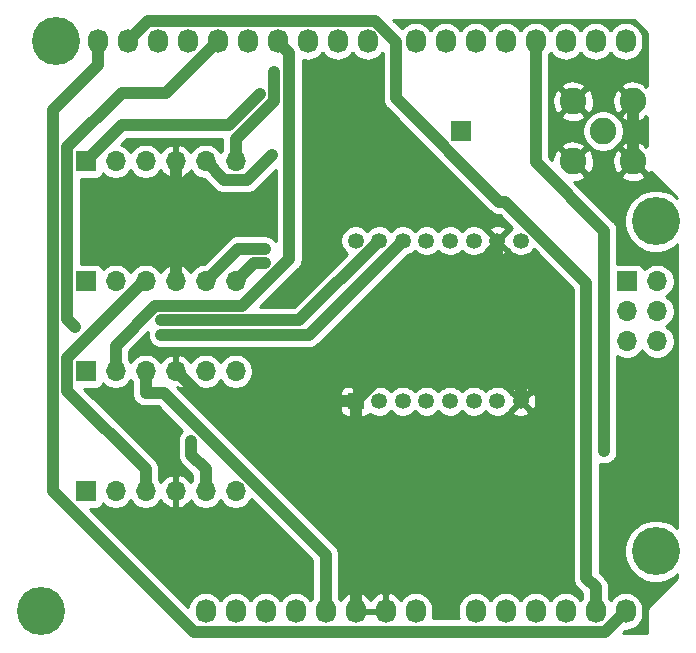
<source format=gbr>
%TF.GenerationSoftware,KiCad,Pcbnew,5.1.9+dfsg1-1+deb11u1*%
%TF.CreationDate,2023-06-15T15:49:45+02:00*%
%TF.ProjectId,LoRa_Uno,4c6f5261-5f55-46e6-9f2e-6b696361645f,rev?*%
%TF.SameCoordinates,Original*%
%TF.FileFunction,Copper,L2,Bot*%
%TF.FilePolarity,Positive*%
%FSLAX46Y46*%
G04 Gerber Fmt 4.6, Leading zero omitted, Abs format (unit mm)*
G04 Created by KiCad (PCBNEW 5.1.9+dfsg1-1+deb11u1) date 2023-06-15 15:49:45*
%MOMM*%
%LPD*%
G01*
G04 APERTURE LIST*
%TA.AperFunction,ComponentPad*%
%ADD10R,1.700000X1.700000*%
%TD*%
%TA.AperFunction,ComponentPad*%
%ADD11C,2.250000*%
%TD*%
%TA.AperFunction,ComponentPad*%
%ADD12C,1.350000*%
%TD*%
%TA.AperFunction,ComponentPad*%
%ADD13R,1.350000X1.350000*%
%TD*%
%TA.AperFunction,ComponentPad*%
%ADD14O,1.700000X1.700000*%
%TD*%
%TA.AperFunction,ComponentPad*%
%ADD15O,1.727200X2.032000*%
%TD*%
%TA.AperFunction,ComponentPad*%
%ADD16C,4.064000*%
%TD*%
%TA.AperFunction,ViaPad*%
%ADD17C,1.000000*%
%TD*%
%TA.AperFunction,Conductor*%
%ADD18C,1.000000*%
%TD*%
%TA.AperFunction,Conductor*%
%ADD19C,0.254000*%
%TD*%
%TA.AperFunction,Conductor*%
%ADD20C,0.100000*%
%TD*%
G04 APERTURE END LIST*
D10*
%TO.P,P9,1*%
%TO.N,Net-(JP1-Pad1)*%
X149098000Y-83185000D03*
%TD*%
D11*
%TO.P,J1,2*%
%TO.N,GND*%
X158623000Y-80645000D03*
X163703000Y-80645000D03*
X163703000Y-85725000D03*
X158623000Y-85725000D03*
%TO.P,J1,1*%
%TO.N,Net-(J1-Pad1)*%
X161163000Y-83185000D03*
%TD*%
D12*
%TO.P,U1,16*%
%TO.N,RFM95_DIO2*%
X140208000Y-92445000D03*
%TO.P,U1,15*%
%TO.N,RFM95_DIO1*%
X142208000Y-92445000D03*
%TO.P,U1,14*%
%TO.N,RFM95_DIO0*%
X144208000Y-92445000D03*
%TO.P,U1,13*%
%TO.N,+3V3*%
X146208000Y-92445000D03*
%TO.P,U1,12*%
%TO.N,RFM95_DIO4*%
X148208000Y-92445000D03*
%TO.P,U1,11*%
%TO.N,RFM95_DIO3*%
X150208000Y-92445000D03*
%TO.P,U1,10*%
%TO.N,GND*%
X152208000Y-92445000D03*
%TO.P,U1,9*%
%TO.N,RFM95_ANT*%
X154208000Y-92445000D03*
%TO.P,U1,8*%
%TO.N,GND*%
X154208000Y-106045000D03*
%TO.P,U1,7*%
%TO.N,RFM95_DIO5*%
X152208000Y-106045000D03*
%TO.P,U1,6*%
%TO.N,RFM95_RESET*%
X150208000Y-106045000D03*
%TO.P,U1,5*%
%TO.N,RFM95_NSS*%
X148208000Y-106045000D03*
%TO.P,U1,4*%
%TO.N,RFM95_SCK*%
X146208000Y-106045000D03*
%TO.P,U1,3*%
%TO.N,RFM95_MOSI*%
X144208000Y-106045000D03*
%TO.P,U1,2*%
%TO.N,RFM95_MISO*%
X142208000Y-106045000D03*
D13*
%TO.P,U1,1*%
%TO.N,GND*%
X140208000Y-106045000D03*
%TD*%
D14*
%TO.P,J7,6*%
%TO.N,Net-(J7-Pad6)*%
X165735000Y-100965000D03*
%TO.P,J7,5*%
%TO.N,Net-(J7-Pad5)*%
X163195000Y-100965000D03*
%TO.P,J7,4*%
%TO.N,Net-(J7-Pad4)*%
X165735000Y-98425000D03*
%TO.P,J7,3*%
%TO.N,Net-(J7-Pad3)*%
X163195000Y-98425000D03*
%TO.P,J7,2*%
%TO.N,Net-(J7-Pad2)*%
X165735000Y-95885000D03*
D10*
%TO.P,J7,1*%
%TO.N,Net-(J7-Pad1)*%
X163195000Y-95885000D03*
%TD*%
D15*
%TO.P,P1,1*%
%TO.N,Net-(P1-Pad1)*%
X127508000Y-123825000D03*
%TO.P,P1,2*%
%TO.N,/IOREF*%
X130048000Y-123825000D03*
%TO.P,P1,3*%
%TO.N,/Reset*%
X132588000Y-123825000D03*
%TO.P,P1,4*%
%TO.N,+3V3*%
X135128000Y-123825000D03*
%TO.P,P1,5*%
%TO.N,+5V*%
X137668000Y-123825000D03*
%TO.P,P1,6*%
%TO.N,GND*%
X140208000Y-123825000D03*
%TO.P,P1,7*%
X142748000Y-123825000D03*
%TO.P,P1,8*%
%TO.N,/Vin*%
X145288000Y-123825000D03*
%TD*%
%TO.P,P2,1*%
%TO.N,/A0*%
X150368000Y-123825000D03*
%TO.P,P2,2*%
%TO.N,/A1*%
X152908000Y-123825000D03*
%TO.P,P2,3*%
%TO.N,/A2*%
X155448000Y-123825000D03*
%TO.P,P2,4*%
%TO.N,/A3*%
X157988000Y-123825000D03*
%TO.P,P2,5*%
%TO.N,/A4(SDA)*%
X160528000Y-123825000D03*
%TO.P,P2,6*%
%TO.N,/A5(SCL)*%
X163068000Y-123825000D03*
%TD*%
%TO.P,P3,1*%
%TO.N,/A5(SCL)*%
X118364000Y-75565000D03*
%TO.P,P3,2*%
%TO.N,/A4(SDA)*%
X120904000Y-75565000D03*
%TO.P,P3,3*%
%TO.N,/AREF*%
X123444000Y-75565000D03*
%TO.P,P3,4*%
%TO.N,GND*%
X125984000Y-75565000D03*
%TO.P,P3,5*%
%TO.N,/13(SCK)*%
X128524000Y-75565000D03*
%TO.P,P3,6*%
%TO.N,/12(MISO)*%
X131064000Y-75565000D03*
%TO.P,P3,7*%
%TO.N,/11(\u002A\u002A/MOSI)*%
X133604000Y-75565000D03*
%TO.P,P3,8*%
%TO.N,/10(\u002A\u002A/SS)*%
X136144000Y-75565000D03*
%TO.P,P3,9*%
%TO.N,/9(\u002A\u002A)*%
X138684000Y-75565000D03*
%TO.P,P3,10*%
%TO.N,/8*%
X141224000Y-75565000D03*
%TD*%
%TO.P,P4,1*%
%TO.N,/7*%
X145288000Y-75565000D03*
%TO.P,P4,2*%
%TO.N,/6(\u002A\u002A)*%
X147828000Y-75565000D03*
%TO.P,P4,3*%
%TO.N,/5(\u002A\u002A)*%
X150368000Y-75565000D03*
%TO.P,P4,4*%
%TO.N,/4*%
X152908000Y-75565000D03*
%TO.P,P4,5*%
%TO.N,/3(\u002A\u002A)*%
X155448000Y-75565000D03*
%TO.P,P4,6*%
%TO.N,/2*%
X157988000Y-75565000D03*
%TO.P,P4,7*%
%TO.N,/1(Tx)*%
X160528000Y-75565000D03*
%TO.P,P4,8*%
%TO.N,/0(Rx)*%
X163068000Y-75565000D03*
%TD*%
D16*
%TO.P,P5,1*%
%TO.N,Net-(P5-Pad1)*%
X113538000Y-123825000D03*
%TD*%
%TO.P,P6,1*%
%TO.N,Net-(P6-Pad1)*%
X165608000Y-118745000D03*
%TD*%
%TO.P,P7,1*%
%TO.N,Net-(P7-Pad1)*%
X114808000Y-75565000D03*
%TD*%
%TO.P,P8,1*%
%TO.N,Net-(P8-Pad1)*%
X165608000Y-90805000D03*
%TD*%
D10*
%TO.P,J2,1*%
%TO.N,RFM95_DIO0*%
X117348000Y-95885000D03*
D14*
%TO.P,J2,2*%
%TO.N,RFM95_DIO1*%
X119888000Y-95885000D03*
%TO.P,J2,3*%
%TO.N,+3V3*%
X122428000Y-95885000D03*
%TO.P,J2,4*%
%TO.N,GND*%
X124968000Y-95885000D03*
%TO.P,J2,5*%
%TO.N,RFM95_RESET*%
X127508000Y-95885000D03*
%TO.P,J2,6*%
%TO.N,RFM95_NSS*%
X130048000Y-95885000D03*
%TD*%
%TO.P,J3,6*%
%TO.N,Net-(J3-Pad6)*%
X130048000Y-113665000D03*
%TO.P,J3,5*%
%TO.N,RFM95_MISO*%
X127508000Y-113665000D03*
%TO.P,J3,4*%
%TO.N,GND*%
X124968000Y-113665000D03*
%TO.P,J3,3*%
%TO.N,+3V3*%
X122428000Y-113665000D03*
%TO.P,J3,2*%
%TO.N,RFM95_MOSI*%
X119888000Y-113665000D03*
D10*
%TO.P,J3,1*%
%TO.N,RFM95_SCK*%
X117348000Y-113665000D03*
%TD*%
%TO.P,J5,1*%
%TO.N,/2*%
X117348000Y-85725000D03*
D14*
%TO.P,J5,2*%
%TO.N,/3(\u002A\u002A)*%
X119888000Y-85725000D03*
%TO.P,J5,3*%
%TO.N,+5V*%
X122428000Y-85725000D03*
%TO.P,J5,4*%
%TO.N,GND*%
X124968000Y-85725000D03*
%TO.P,J5,5*%
%TO.N,/5(\u002A\u002A)*%
X127508000Y-85725000D03*
%TO.P,J5,6*%
%TO.N,/10(\u002A\u002A/SS)*%
X130048000Y-85725000D03*
%TD*%
%TO.P,J6,6*%
%TO.N,Net-(J6-Pad6)*%
X130048000Y-103505000D03*
%TO.P,J6,5*%
%TO.N,/12(MISO)*%
X127508000Y-103505000D03*
%TO.P,J6,4*%
%TO.N,GND*%
X124968000Y-103505000D03*
%TO.P,J6,3*%
%TO.N,+5V*%
X122428000Y-103505000D03*
%TO.P,J6,2*%
%TO.N,/11(\u002A\u002A/MOSI)*%
X119888000Y-103505000D03*
D10*
%TO.P,J6,1*%
%TO.N,/13(SCK)*%
X117348000Y-103505000D03*
%TD*%
D17*
%TO.N,/5(\u002A\u002A)*%
X133112800Y-85190600D03*
%TO.N,/3(\u002A\u002A)*%
X161246300Y-110259400D03*
%TO.N,/2*%
X132108600Y-80064200D03*
%TO.N,/13(SCK)*%
X116438100Y-99717200D03*
%TO.N,/10(\u002A\u002A/SS)*%
X133337600Y-78136400D03*
%TO.N,RFM95_DIO0*%
X123767700Y-100425600D03*
%TO.N,RFM95_DIO1*%
X123767700Y-99196300D03*
%TO.N,RFM95_RESET*%
X132505000Y-93126300D03*
%TO.N,RFM95_NSS*%
X132541500Y-94358700D03*
%TO.N,RFM95_MISO*%
X126290900Y-109371400D03*
%TD*%
D18*
%TO.N,+5V*%
X137668000Y-123825000D02*
X137668000Y-119050900D01*
X137668000Y-119050900D02*
X123972100Y-105355000D01*
X123972100Y-105355000D02*
X122428000Y-105355000D01*
X122428000Y-103505000D02*
X122428000Y-105355000D01*
%TO.N,GND*%
X140208000Y-106045000D02*
X140208000Y-121809000D01*
X152208000Y-101053200D02*
X145199800Y-101053200D01*
X145199800Y-101053200D02*
X140208000Y-106045000D01*
X140208000Y-123825000D02*
X140208000Y-121809000D01*
X124968000Y-95885000D02*
X124968000Y-85725000D01*
X124968000Y-103505000D02*
X127508000Y-106045000D01*
X127508000Y-106045000D02*
X140208000Y-106045000D01*
X152208000Y-101053200D02*
X154208000Y-103053200D01*
X154208000Y-103053200D02*
X154208000Y-106045000D01*
X152208000Y-101053200D02*
X152208000Y-92445000D01*
X163703000Y-85725000D02*
X163703000Y-80645000D01*
%TO.N,/A4(SDA)*%
X160528000Y-123825000D02*
X160528000Y-121809000D01*
X120904000Y-75565000D02*
X122622800Y-73846200D01*
X122622800Y-73846200D02*
X141876200Y-73846200D01*
X141876200Y-73846200D02*
X143629500Y-75599500D01*
X143629500Y-75599500D02*
X143629500Y-80409500D01*
X143629500Y-80409500D02*
X152377300Y-89157300D01*
X152377300Y-89157300D02*
X152878300Y-89157300D01*
X152878300Y-89157300D02*
X159756000Y-96035000D01*
X159756000Y-96035000D02*
X159756000Y-121037000D01*
X159756000Y-121037000D02*
X160528000Y-121809000D01*
%TO.N,/A5(SCL)*%
X118364000Y-75565000D02*
X118364000Y-77581000D01*
X118364000Y-77581000D02*
X114586800Y-81358200D01*
X114586800Y-81358200D02*
X114586800Y-113607500D01*
X114586800Y-113607500D02*
X126521900Y-125542600D01*
X126521900Y-125542600D02*
X161350400Y-125542600D01*
X161350400Y-125542600D02*
X163068000Y-123825000D01*
%TO.N,/5(\u002A\u002A)*%
X127508000Y-85725000D02*
X129058400Y-87275400D01*
X129058400Y-87275400D02*
X131028000Y-87275400D01*
X131028000Y-87275400D02*
X133112800Y-85190600D01*
%TO.N,/3(\u002A\u002A)*%
X155448000Y-75565000D02*
X155448000Y-85806900D01*
X155448000Y-85806900D02*
X161246300Y-91605200D01*
X161246300Y-91605200D02*
X161246300Y-110259400D01*
%TO.N,/2*%
X117348000Y-85725000D02*
X120398400Y-82674600D01*
X120398400Y-82674600D02*
X129498200Y-82674600D01*
X129498200Y-82674600D02*
X132108600Y-80064200D01*
%TO.N,/13(SCK)*%
X116438100Y-99717200D02*
X115797600Y-99076700D01*
X115797600Y-99076700D02*
X115797600Y-84555900D01*
X115797600Y-84555900D02*
X120391100Y-79962400D01*
X120391100Y-79962400D02*
X124126600Y-79962400D01*
X124126600Y-79962400D02*
X128524000Y-75565000D01*
%TO.N,/10(\u002A\u002A/SS)*%
X130048000Y-83875000D02*
X133337600Y-80585400D01*
X133337600Y-80585400D02*
X133337600Y-78136400D01*
X130048000Y-85725000D02*
X130048000Y-83875000D01*
%TO.N,+3V3*%
X122428000Y-111815000D02*
X115797600Y-105184600D01*
X115797600Y-105184600D02*
X115797600Y-102365000D01*
X115797600Y-102365000D02*
X122277600Y-95885000D01*
X122277600Y-95885000D02*
X122428000Y-95885000D01*
X122428000Y-113665000D02*
X122428000Y-111815000D01*
%TO.N,/11(\u002A\u002A/MOSI)*%
X133604000Y-75565000D02*
X134580000Y-76541000D01*
X134580000Y-76541000D02*
X134580000Y-94021300D01*
X134580000Y-94021300D02*
X130605300Y-97996000D01*
X130605300Y-97996000D02*
X123241300Y-97996000D01*
X123241300Y-97996000D02*
X119888000Y-101349300D01*
X119888000Y-101349300D02*
X119888000Y-101655000D01*
X119888000Y-103505000D02*
X119888000Y-101655000D01*
%TO.N,RFM95_DIO0*%
X123767700Y-100425600D02*
X136227400Y-100425600D01*
X136227400Y-100425600D02*
X144208000Y-92445000D01*
%TO.N,RFM95_DIO1*%
X123767700Y-99196300D02*
X135456700Y-99196300D01*
X135456700Y-99196300D02*
X142208000Y-92445000D01*
%TO.N,RFM95_RESET*%
X127508000Y-95885000D02*
X130266700Y-93126300D01*
X130266700Y-93126300D02*
X132505000Y-93126300D01*
%TO.N,RFM95_NSS*%
X130048000Y-95885000D02*
X131574300Y-94358700D01*
X131574300Y-94358700D02*
X132541500Y-94358700D01*
%TO.N,RFM95_MISO*%
X127508000Y-113665000D02*
X127508000Y-111815000D01*
X127508000Y-111815000D02*
X126290900Y-110597900D01*
X126290900Y-110597900D02*
X126290900Y-109371400D01*
%TD*%
D19*
%TO.N,GND*%
X164898001Y-74843093D02*
X164898001Y-79339811D01*
X164863291Y-79305101D01*
X164747925Y-79420467D01*
X164637079Y-79143286D01*
X164326160Y-78989911D01*
X163991295Y-78900140D01*
X163645350Y-78877424D01*
X163301620Y-78922634D01*
X162973315Y-79034034D01*
X162768921Y-79143286D01*
X162658074Y-79420469D01*
X163703000Y-80465395D01*
X163717143Y-80451253D01*
X163896748Y-80630858D01*
X163882605Y-80645000D01*
X163896748Y-80659143D01*
X163717143Y-80838748D01*
X163703000Y-80824605D01*
X162658074Y-81869531D01*
X162768921Y-82146714D01*
X163079840Y-82300089D01*
X163414705Y-82389860D01*
X163760650Y-82412576D01*
X164104380Y-82367366D01*
X164432685Y-82255966D01*
X164637079Y-82146714D01*
X164747925Y-81869533D01*
X164863291Y-81984899D01*
X164898000Y-81950190D01*
X164898000Y-84419810D01*
X164863291Y-84385101D01*
X164747925Y-84500467D01*
X164637079Y-84223286D01*
X164326160Y-84069911D01*
X163991295Y-83980140D01*
X163645350Y-83957424D01*
X163301620Y-84002634D01*
X162973315Y-84114034D01*
X162768921Y-84223286D01*
X162658074Y-84500469D01*
X163703000Y-85545395D01*
X163717143Y-85531253D01*
X163896748Y-85710858D01*
X163882605Y-85725000D01*
X164927531Y-86769926D01*
X165204714Y-86659079D01*
X165230901Y-86605992D01*
X167438001Y-88813093D01*
X167438001Y-88863294D01*
X167308113Y-88733406D01*
X166871298Y-88441536D01*
X166385935Y-88240492D01*
X165870677Y-88138000D01*
X165345323Y-88138000D01*
X164830065Y-88240492D01*
X164344702Y-88441536D01*
X163907887Y-88733406D01*
X163536406Y-89104887D01*
X163244536Y-89541702D01*
X163043492Y-90027065D01*
X162941000Y-90542323D01*
X162941000Y-91067677D01*
X163043492Y-91582935D01*
X163244536Y-92068298D01*
X163536406Y-92505113D01*
X163907887Y-92876594D01*
X164344702Y-93168464D01*
X164830065Y-93369508D01*
X165345323Y-93472000D01*
X165870677Y-93472000D01*
X166385935Y-93369508D01*
X166871298Y-93168464D01*
X167308113Y-92876594D01*
X167438001Y-92746706D01*
X167438000Y-116803293D01*
X167308113Y-116673406D01*
X166871298Y-116381536D01*
X166385935Y-116180492D01*
X165870677Y-116078000D01*
X165345323Y-116078000D01*
X164830065Y-116180492D01*
X164344702Y-116381536D01*
X163907887Y-116673406D01*
X163536406Y-117044887D01*
X163244536Y-117481702D01*
X163043492Y-117967065D01*
X162941000Y-118482323D01*
X162941000Y-119007677D01*
X163043492Y-119522935D01*
X163244536Y-120008298D01*
X163536406Y-120445113D01*
X163907887Y-120816594D01*
X164344702Y-121108464D01*
X164830065Y-121309508D01*
X165345323Y-121412000D01*
X165870677Y-121412000D01*
X166385935Y-121309508D01*
X166871298Y-121108464D01*
X167308113Y-120816594D01*
X167438000Y-120686707D01*
X167438000Y-120990908D01*
X165130617Y-123298292D01*
X165103526Y-123320525D01*
X165081293Y-123347616D01*
X165014801Y-123428637D01*
X164948872Y-123551981D01*
X164908274Y-123685816D01*
X164894565Y-123825000D01*
X164898001Y-123859885D01*
X164898000Y-125655000D01*
X162843131Y-125655000D01*
X163019643Y-125478488D01*
X163068000Y-125483251D01*
X163361777Y-125454316D01*
X163644264Y-125368625D01*
X163904606Y-125229469D01*
X164132797Y-125042197D01*
X164320069Y-124814006D01*
X164459225Y-124553663D01*
X164544916Y-124271176D01*
X164566600Y-124051018D01*
X164566600Y-123598981D01*
X164544916Y-123378823D01*
X164459225Y-123096336D01*
X164320069Y-122835994D01*
X164132797Y-122607803D01*
X163904605Y-122420531D01*
X163644263Y-122281375D01*
X163361776Y-122195684D01*
X163068000Y-122166749D01*
X162774223Y-122195684D01*
X162491736Y-122281375D01*
X162231394Y-122420531D01*
X162003203Y-122607803D01*
X161815931Y-122835995D01*
X161798000Y-122869541D01*
X161780069Y-122835994D01*
X161663000Y-122693345D01*
X161663000Y-121864752D01*
X161668491Y-121809000D01*
X161646577Y-121586501D01*
X161581676Y-121372553D01*
X161476284Y-121175377D01*
X161452024Y-121145816D01*
X161334449Y-121002551D01*
X161291140Y-120967008D01*
X160891000Y-120566869D01*
X160891000Y-111340745D01*
X160915233Y-111350783D01*
X160970197Y-111361716D01*
X161023802Y-111377977D01*
X161079552Y-111383468D01*
X161134512Y-111394400D01*
X161190549Y-111394400D01*
X161246300Y-111399891D01*
X161302052Y-111394400D01*
X161358088Y-111394400D01*
X161413047Y-111383468D01*
X161468799Y-111377977D01*
X161522406Y-111361715D01*
X161577367Y-111350783D01*
X161629142Y-111329337D01*
X161682747Y-111313076D01*
X161732151Y-111286669D01*
X161783924Y-111265224D01*
X161830514Y-111234093D01*
X161879923Y-111207684D01*
X161923232Y-111172141D01*
X161969820Y-111141012D01*
X162009441Y-111101391D01*
X162052749Y-111065849D01*
X162088291Y-111022541D01*
X162127912Y-110982920D01*
X162159041Y-110936332D01*
X162194584Y-110893023D01*
X162220993Y-110843614D01*
X162252124Y-110797024D01*
X162273569Y-110745251D01*
X162299976Y-110695847D01*
X162316237Y-110642242D01*
X162337683Y-110590467D01*
X162348615Y-110535506D01*
X162364877Y-110481899D01*
X162370368Y-110426147D01*
X162381300Y-110371188D01*
X162381300Y-102207297D01*
X162491589Y-102280990D01*
X162761842Y-102392932D01*
X163048740Y-102450000D01*
X163341260Y-102450000D01*
X163628158Y-102392932D01*
X163898411Y-102280990D01*
X164141632Y-102118475D01*
X164348475Y-101911632D01*
X164465000Y-101737240D01*
X164581525Y-101911632D01*
X164788368Y-102118475D01*
X165031589Y-102280990D01*
X165301842Y-102392932D01*
X165588740Y-102450000D01*
X165881260Y-102450000D01*
X166168158Y-102392932D01*
X166438411Y-102280990D01*
X166681632Y-102118475D01*
X166888475Y-101911632D01*
X167050990Y-101668411D01*
X167162932Y-101398158D01*
X167220000Y-101111260D01*
X167220000Y-100818740D01*
X167162932Y-100531842D01*
X167050990Y-100261589D01*
X166888475Y-100018368D01*
X166681632Y-99811525D01*
X166507240Y-99695000D01*
X166681632Y-99578475D01*
X166888475Y-99371632D01*
X167050990Y-99128411D01*
X167162932Y-98858158D01*
X167220000Y-98571260D01*
X167220000Y-98278740D01*
X167162932Y-97991842D01*
X167050990Y-97721589D01*
X166888475Y-97478368D01*
X166681632Y-97271525D01*
X166507240Y-97155000D01*
X166681632Y-97038475D01*
X166888475Y-96831632D01*
X167050990Y-96588411D01*
X167162932Y-96318158D01*
X167220000Y-96031260D01*
X167220000Y-95738740D01*
X167162932Y-95451842D01*
X167050990Y-95181589D01*
X166888475Y-94938368D01*
X166681632Y-94731525D01*
X166438411Y-94569010D01*
X166168158Y-94457068D01*
X165881260Y-94400000D01*
X165588740Y-94400000D01*
X165301842Y-94457068D01*
X165031589Y-94569010D01*
X164788368Y-94731525D01*
X164656513Y-94863380D01*
X164634502Y-94790820D01*
X164575537Y-94680506D01*
X164496185Y-94583815D01*
X164399494Y-94504463D01*
X164289180Y-94445498D01*
X164169482Y-94409188D01*
X164045000Y-94396928D01*
X162381300Y-94396928D01*
X162381300Y-91660941D01*
X162386790Y-91605199D01*
X162381300Y-91549457D01*
X162381300Y-91549448D01*
X162364877Y-91382701D01*
X162299976Y-91168753D01*
X162194584Y-90971577D01*
X162052749Y-90798751D01*
X162009441Y-90763209D01*
X158732047Y-87485816D01*
X159024380Y-87447366D01*
X159352685Y-87335966D01*
X159557079Y-87226714D01*
X159667926Y-86949531D01*
X162658074Y-86949531D01*
X162768921Y-87226714D01*
X163079840Y-87380089D01*
X163414705Y-87469860D01*
X163760650Y-87492576D01*
X164104380Y-87447366D01*
X164432685Y-87335966D01*
X164637079Y-87226714D01*
X164747926Y-86949531D01*
X163703000Y-85904605D01*
X162658074Y-86949531D01*
X159667926Y-86949531D01*
X158623000Y-85904605D01*
X158608858Y-85918748D01*
X158429253Y-85739143D01*
X158443395Y-85725000D01*
X158802605Y-85725000D01*
X159847531Y-86769926D01*
X160124714Y-86659079D01*
X160278089Y-86348160D01*
X160367860Y-86013295D01*
X160383004Y-85782650D01*
X161935424Y-85782650D01*
X161980634Y-86126380D01*
X162092034Y-86454685D01*
X162201286Y-86659079D01*
X162478469Y-86769926D01*
X163523395Y-85725000D01*
X162478469Y-84680074D01*
X162201286Y-84790921D01*
X162047911Y-85101840D01*
X161958140Y-85436705D01*
X161935424Y-85782650D01*
X160383004Y-85782650D01*
X160390576Y-85667350D01*
X160345366Y-85323620D01*
X160233966Y-84995315D01*
X160124714Y-84790921D01*
X159847531Y-84680074D01*
X158802605Y-85725000D01*
X158443395Y-85725000D01*
X157398469Y-84680074D01*
X157121286Y-84790921D01*
X156967911Y-85101840D01*
X156878140Y-85436705D01*
X156866112Y-85619881D01*
X156583000Y-85336769D01*
X156583000Y-84500469D01*
X157578074Y-84500469D01*
X158623000Y-85545395D01*
X159667926Y-84500469D01*
X159557079Y-84223286D01*
X159246160Y-84069911D01*
X158911295Y-83980140D01*
X158565350Y-83957424D01*
X158221620Y-84002634D01*
X157893315Y-84114034D01*
X157688921Y-84223286D01*
X157578074Y-84500469D01*
X156583000Y-84500469D01*
X156583000Y-83011655D01*
X159403000Y-83011655D01*
X159403000Y-83358345D01*
X159470636Y-83698373D01*
X159603308Y-84018673D01*
X159795919Y-84306935D01*
X160041065Y-84552081D01*
X160329327Y-84744692D01*
X160649627Y-84877364D01*
X160989655Y-84945000D01*
X161336345Y-84945000D01*
X161676373Y-84877364D01*
X161996673Y-84744692D01*
X162284935Y-84552081D01*
X162530081Y-84306935D01*
X162722692Y-84018673D01*
X162855364Y-83698373D01*
X162923000Y-83358345D01*
X162923000Y-83011655D01*
X162855364Y-82671627D01*
X162722692Y-82351327D01*
X162530081Y-82063065D01*
X162284935Y-81817919D01*
X161996673Y-81625308D01*
X161676373Y-81492636D01*
X161336345Y-81425000D01*
X160989655Y-81425000D01*
X160649627Y-81492636D01*
X160329327Y-81625308D01*
X160041065Y-81817919D01*
X159795919Y-82063065D01*
X159603308Y-82351327D01*
X159470636Y-82671627D01*
X159403000Y-83011655D01*
X156583000Y-83011655D01*
X156583000Y-81869531D01*
X157578074Y-81869531D01*
X157688921Y-82146714D01*
X157999840Y-82300089D01*
X158334705Y-82389860D01*
X158680650Y-82412576D01*
X159024380Y-82367366D01*
X159352685Y-82255966D01*
X159557079Y-82146714D01*
X159667926Y-81869531D01*
X158623000Y-80824605D01*
X157578074Y-81869531D01*
X156583000Y-81869531D01*
X156583000Y-80702650D01*
X156855424Y-80702650D01*
X156900634Y-81046380D01*
X157012034Y-81374685D01*
X157121286Y-81579079D01*
X157398469Y-81689926D01*
X158443395Y-80645000D01*
X158802605Y-80645000D01*
X159847531Y-81689926D01*
X160124714Y-81579079D01*
X160278089Y-81268160D01*
X160367860Y-80933295D01*
X160383004Y-80702650D01*
X161935424Y-80702650D01*
X161980634Y-81046380D01*
X162092034Y-81374685D01*
X162201286Y-81579079D01*
X162478469Y-81689926D01*
X163523395Y-80645000D01*
X162478469Y-79600074D01*
X162201286Y-79710921D01*
X162047911Y-80021840D01*
X161958140Y-80356705D01*
X161935424Y-80702650D01*
X160383004Y-80702650D01*
X160390576Y-80587350D01*
X160345366Y-80243620D01*
X160233966Y-79915315D01*
X160124714Y-79710921D01*
X159847531Y-79600074D01*
X158802605Y-80645000D01*
X158443395Y-80645000D01*
X157398469Y-79600074D01*
X157121286Y-79710921D01*
X156967911Y-80021840D01*
X156878140Y-80356705D01*
X156855424Y-80702650D01*
X156583000Y-80702650D01*
X156583000Y-79420469D01*
X157578074Y-79420469D01*
X158623000Y-80465395D01*
X159667926Y-79420469D01*
X159557079Y-79143286D01*
X159246160Y-78989911D01*
X158911295Y-78900140D01*
X158565350Y-78877424D01*
X158221620Y-78922634D01*
X157893315Y-79034034D01*
X157688921Y-79143286D01*
X157578074Y-79420469D01*
X156583000Y-79420469D01*
X156583000Y-76696655D01*
X156700069Y-76554006D01*
X156718000Y-76520459D01*
X156735931Y-76554006D01*
X156923203Y-76782197D01*
X157151395Y-76969469D01*
X157411737Y-77108625D01*
X157694224Y-77194316D01*
X157988000Y-77223251D01*
X158281777Y-77194316D01*
X158564264Y-77108625D01*
X158824606Y-76969469D01*
X159052797Y-76782197D01*
X159240069Y-76554006D01*
X159258000Y-76520459D01*
X159275931Y-76554006D01*
X159463203Y-76782197D01*
X159691395Y-76969469D01*
X159951737Y-77108625D01*
X160234224Y-77194316D01*
X160528000Y-77223251D01*
X160821777Y-77194316D01*
X161104264Y-77108625D01*
X161364606Y-76969469D01*
X161592797Y-76782197D01*
X161780069Y-76554006D01*
X161798000Y-76520459D01*
X161815931Y-76554006D01*
X162003203Y-76782197D01*
X162231395Y-76969469D01*
X162491737Y-77108625D01*
X162774224Y-77194316D01*
X163068000Y-77223251D01*
X163361777Y-77194316D01*
X163644264Y-77108625D01*
X163904606Y-76969469D01*
X164132797Y-76782197D01*
X164320069Y-76554006D01*
X164459225Y-76293663D01*
X164544916Y-76011176D01*
X164566600Y-75791018D01*
X164566600Y-75338981D01*
X164544916Y-75118823D01*
X164459225Y-74836336D01*
X164320069Y-74575994D01*
X164132797Y-74347803D01*
X163904605Y-74160531D01*
X163644263Y-74021375D01*
X163361776Y-73935684D01*
X163068000Y-73906749D01*
X162774223Y-73935684D01*
X162491736Y-74021375D01*
X162231394Y-74160531D01*
X162003203Y-74347803D01*
X161815931Y-74575995D01*
X161798000Y-74609541D01*
X161780069Y-74575994D01*
X161592797Y-74347803D01*
X161364605Y-74160531D01*
X161104263Y-74021375D01*
X160821776Y-73935684D01*
X160528000Y-73906749D01*
X160234223Y-73935684D01*
X159951736Y-74021375D01*
X159691394Y-74160531D01*
X159463203Y-74347803D01*
X159275931Y-74575995D01*
X159258000Y-74609541D01*
X159240069Y-74575994D01*
X159052797Y-74347803D01*
X158824605Y-74160531D01*
X158564263Y-74021375D01*
X158281776Y-73935684D01*
X157988000Y-73906749D01*
X157694223Y-73935684D01*
X157411736Y-74021375D01*
X157151394Y-74160531D01*
X156923203Y-74347803D01*
X156735931Y-74575995D01*
X156718000Y-74609541D01*
X156700069Y-74575994D01*
X156512797Y-74347803D01*
X156284605Y-74160531D01*
X156024263Y-74021375D01*
X155741776Y-73935684D01*
X155448000Y-73906749D01*
X155154223Y-73935684D01*
X154871736Y-74021375D01*
X154611394Y-74160531D01*
X154383203Y-74347803D01*
X154195931Y-74575995D01*
X154178000Y-74609541D01*
X154160069Y-74575994D01*
X153972797Y-74347803D01*
X153744605Y-74160531D01*
X153484263Y-74021375D01*
X153201776Y-73935684D01*
X152908000Y-73906749D01*
X152614223Y-73935684D01*
X152331736Y-74021375D01*
X152071394Y-74160531D01*
X151843203Y-74347803D01*
X151655931Y-74575995D01*
X151638000Y-74609541D01*
X151620069Y-74575994D01*
X151432797Y-74347803D01*
X151204605Y-74160531D01*
X150944263Y-74021375D01*
X150661776Y-73935684D01*
X150368000Y-73906749D01*
X150074223Y-73935684D01*
X149791736Y-74021375D01*
X149531394Y-74160531D01*
X149303203Y-74347803D01*
X149115931Y-74575995D01*
X149098000Y-74609541D01*
X149080069Y-74575994D01*
X148892797Y-74347803D01*
X148664605Y-74160531D01*
X148404263Y-74021375D01*
X148121776Y-73935684D01*
X147828000Y-73906749D01*
X147534223Y-73935684D01*
X147251736Y-74021375D01*
X146991394Y-74160531D01*
X146763203Y-74347803D01*
X146575931Y-74575995D01*
X146558000Y-74609541D01*
X146540069Y-74575994D01*
X146352797Y-74347803D01*
X146124605Y-74160531D01*
X145864263Y-74021375D01*
X145581776Y-73935684D01*
X145288000Y-73906749D01*
X144994223Y-73935684D01*
X144711736Y-74021375D01*
X144451394Y-74160531D01*
X144223203Y-74347803D01*
X144114902Y-74479769D01*
X143370132Y-73735000D01*
X163789909Y-73735000D01*
X164898001Y-74843093D01*
%TA.AperFunction,Conductor*%
D20*
G36*
X164898001Y-74843093D02*
G01*
X164898001Y-79339811D01*
X164863291Y-79305101D01*
X164747925Y-79420467D01*
X164637079Y-79143286D01*
X164326160Y-78989911D01*
X163991295Y-78900140D01*
X163645350Y-78877424D01*
X163301620Y-78922634D01*
X162973315Y-79034034D01*
X162768921Y-79143286D01*
X162658074Y-79420469D01*
X163703000Y-80465395D01*
X163717143Y-80451253D01*
X163896748Y-80630858D01*
X163882605Y-80645000D01*
X163896748Y-80659143D01*
X163717143Y-80838748D01*
X163703000Y-80824605D01*
X162658074Y-81869531D01*
X162768921Y-82146714D01*
X163079840Y-82300089D01*
X163414705Y-82389860D01*
X163760650Y-82412576D01*
X164104380Y-82367366D01*
X164432685Y-82255966D01*
X164637079Y-82146714D01*
X164747925Y-81869533D01*
X164863291Y-81984899D01*
X164898000Y-81950190D01*
X164898000Y-84419810D01*
X164863291Y-84385101D01*
X164747925Y-84500467D01*
X164637079Y-84223286D01*
X164326160Y-84069911D01*
X163991295Y-83980140D01*
X163645350Y-83957424D01*
X163301620Y-84002634D01*
X162973315Y-84114034D01*
X162768921Y-84223286D01*
X162658074Y-84500469D01*
X163703000Y-85545395D01*
X163717143Y-85531253D01*
X163896748Y-85710858D01*
X163882605Y-85725000D01*
X164927531Y-86769926D01*
X165204714Y-86659079D01*
X165230901Y-86605992D01*
X167438001Y-88813093D01*
X167438001Y-88863294D01*
X167308113Y-88733406D01*
X166871298Y-88441536D01*
X166385935Y-88240492D01*
X165870677Y-88138000D01*
X165345323Y-88138000D01*
X164830065Y-88240492D01*
X164344702Y-88441536D01*
X163907887Y-88733406D01*
X163536406Y-89104887D01*
X163244536Y-89541702D01*
X163043492Y-90027065D01*
X162941000Y-90542323D01*
X162941000Y-91067677D01*
X163043492Y-91582935D01*
X163244536Y-92068298D01*
X163536406Y-92505113D01*
X163907887Y-92876594D01*
X164344702Y-93168464D01*
X164830065Y-93369508D01*
X165345323Y-93472000D01*
X165870677Y-93472000D01*
X166385935Y-93369508D01*
X166871298Y-93168464D01*
X167308113Y-92876594D01*
X167438001Y-92746706D01*
X167438000Y-116803293D01*
X167308113Y-116673406D01*
X166871298Y-116381536D01*
X166385935Y-116180492D01*
X165870677Y-116078000D01*
X165345323Y-116078000D01*
X164830065Y-116180492D01*
X164344702Y-116381536D01*
X163907887Y-116673406D01*
X163536406Y-117044887D01*
X163244536Y-117481702D01*
X163043492Y-117967065D01*
X162941000Y-118482323D01*
X162941000Y-119007677D01*
X163043492Y-119522935D01*
X163244536Y-120008298D01*
X163536406Y-120445113D01*
X163907887Y-120816594D01*
X164344702Y-121108464D01*
X164830065Y-121309508D01*
X165345323Y-121412000D01*
X165870677Y-121412000D01*
X166385935Y-121309508D01*
X166871298Y-121108464D01*
X167308113Y-120816594D01*
X167438000Y-120686707D01*
X167438000Y-120990908D01*
X165130617Y-123298292D01*
X165103526Y-123320525D01*
X165081293Y-123347616D01*
X165014801Y-123428637D01*
X164948872Y-123551981D01*
X164908274Y-123685816D01*
X164894565Y-123825000D01*
X164898001Y-123859885D01*
X164898000Y-125655000D01*
X162843131Y-125655000D01*
X163019643Y-125478488D01*
X163068000Y-125483251D01*
X163361777Y-125454316D01*
X163644264Y-125368625D01*
X163904606Y-125229469D01*
X164132797Y-125042197D01*
X164320069Y-124814006D01*
X164459225Y-124553663D01*
X164544916Y-124271176D01*
X164566600Y-124051018D01*
X164566600Y-123598981D01*
X164544916Y-123378823D01*
X164459225Y-123096336D01*
X164320069Y-122835994D01*
X164132797Y-122607803D01*
X163904605Y-122420531D01*
X163644263Y-122281375D01*
X163361776Y-122195684D01*
X163068000Y-122166749D01*
X162774223Y-122195684D01*
X162491736Y-122281375D01*
X162231394Y-122420531D01*
X162003203Y-122607803D01*
X161815931Y-122835995D01*
X161798000Y-122869541D01*
X161780069Y-122835994D01*
X161663000Y-122693345D01*
X161663000Y-121864752D01*
X161668491Y-121809000D01*
X161646577Y-121586501D01*
X161581676Y-121372553D01*
X161476284Y-121175377D01*
X161452024Y-121145816D01*
X161334449Y-121002551D01*
X161291140Y-120967008D01*
X160891000Y-120566869D01*
X160891000Y-111340745D01*
X160915233Y-111350783D01*
X160970197Y-111361716D01*
X161023802Y-111377977D01*
X161079552Y-111383468D01*
X161134512Y-111394400D01*
X161190549Y-111394400D01*
X161246300Y-111399891D01*
X161302052Y-111394400D01*
X161358088Y-111394400D01*
X161413047Y-111383468D01*
X161468799Y-111377977D01*
X161522406Y-111361715D01*
X161577367Y-111350783D01*
X161629142Y-111329337D01*
X161682747Y-111313076D01*
X161732151Y-111286669D01*
X161783924Y-111265224D01*
X161830514Y-111234093D01*
X161879923Y-111207684D01*
X161923232Y-111172141D01*
X161969820Y-111141012D01*
X162009441Y-111101391D01*
X162052749Y-111065849D01*
X162088291Y-111022541D01*
X162127912Y-110982920D01*
X162159041Y-110936332D01*
X162194584Y-110893023D01*
X162220993Y-110843614D01*
X162252124Y-110797024D01*
X162273569Y-110745251D01*
X162299976Y-110695847D01*
X162316237Y-110642242D01*
X162337683Y-110590467D01*
X162348615Y-110535506D01*
X162364877Y-110481899D01*
X162370368Y-110426147D01*
X162381300Y-110371188D01*
X162381300Y-102207297D01*
X162491589Y-102280990D01*
X162761842Y-102392932D01*
X163048740Y-102450000D01*
X163341260Y-102450000D01*
X163628158Y-102392932D01*
X163898411Y-102280990D01*
X164141632Y-102118475D01*
X164348475Y-101911632D01*
X164465000Y-101737240D01*
X164581525Y-101911632D01*
X164788368Y-102118475D01*
X165031589Y-102280990D01*
X165301842Y-102392932D01*
X165588740Y-102450000D01*
X165881260Y-102450000D01*
X166168158Y-102392932D01*
X166438411Y-102280990D01*
X166681632Y-102118475D01*
X166888475Y-101911632D01*
X167050990Y-101668411D01*
X167162932Y-101398158D01*
X167220000Y-101111260D01*
X167220000Y-100818740D01*
X167162932Y-100531842D01*
X167050990Y-100261589D01*
X166888475Y-100018368D01*
X166681632Y-99811525D01*
X166507240Y-99695000D01*
X166681632Y-99578475D01*
X166888475Y-99371632D01*
X167050990Y-99128411D01*
X167162932Y-98858158D01*
X167220000Y-98571260D01*
X167220000Y-98278740D01*
X167162932Y-97991842D01*
X167050990Y-97721589D01*
X166888475Y-97478368D01*
X166681632Y-97271525D01*
X166507240Y-97155000D01*
X166681632Y-97038475D01*
X166888475Y-96831632D01*
X167050990Y-96588411D01*
X167162932Y-96318158D01*
X167220000Y-96031260D01*
X167220000Y-95738740D01*
X167162932Y-95451842D01*
X167050990Y-95181589D01*
X166888475Y-94938368D01*
X166681632Y-94731525D01*
X166438411Y-94569010D01*
X166168158Y-94457068D01*
X165881260Y-94400000D01*
X165588740Y-94400000D01*
X165301842Y-94457068D01*
X165031589Y-94569010D01*
X164788368Y-94731525D01*
X164656513Y-94863380D01*
X164634502Y-94790820D01*
X164575537Y-94680506D01*
X164496185Y-94583815D01*
X164399494Y-94504463D01*
X164289180Y-94445498D01*
X164169482Y-94409188D01*
X164045000Y-94396928D01*
X162381300Y-94396928D01*
X162381300Y-91660941D01*
X162386790Y-91605199D01*
X162381300Y-91549457D01*
X162381300Y-91549448D01*
X162364877Y-91382701D01*
X162299976Y-91168753D01*
X162194584Y-90971577D01*
X162052749Y-90798751D01*
X162009441Y-90763209D01*
X158732047Y-87485816D01*
X159024380Y-87447366D01*
X159352685Y-87335966D01*
X159557079Y-87226714D01*
X159667926Y-86949531D01*
X162658074Y-86949531D01*
X162768921Y-87226714D01*
X163079840Y-87380089D01*
X163414705Y-87469860D01*
X163760650Y-87492576D01*
X164104380Y-87447366D01*
X164432685Y-87335966D01*
X164637079Y-87226714D01*
X164747926Y-86949531D01*
X163703000Y-85904605D01*
X162658074Y-86949531D01*
X159667926Y-86949531D01*
X158623000Y-85904605D01*
X158608858Y-85918748D01*
X158429253Y-85739143D01*
X158443395Y-85725000D01*
X158802605Y-85725000D01*
X159847531Y-86769926D01*
X160124714Y-86659079D01*
X160278089Y-86348160D01*
X160367860Y-86013295D01*
X160383004Y-85782650D01*
X161935424Y-85782650D01*
X161980634Y-86126380D01*
X162092034Y-86454685D01*
X162201286Y-86659079D01*
X162478469Y-86769926D01*
X163523395Y-85725000D01*
X162478469Y-84680074D01*
X162201286Y-84790921D01*
X162047911Y-85101840D01*
X161958140Y-85436705D01*
X161935424Y-85782650D01*
X160383004Y-85782650D01*
X160390576Y-85667350D01*
X160345366Y-85323620D01*
X160233966Y-84995315D01*
X160124714Y-84790921D01*
X159847531Y-84680074D01*
X158802605Y-85725000D01*
X158443395Y-85725000D01*
X157398469Y-84680074D01*
X157121286Y-84790921D01*
X156967911Y-85101840D01*
X156878140Y-85436705D01*
X156866112Y-85619881D01*
X156583000Y-85336769D01*
X156583000Y-84500469D01*
X157578074Y-84500469D01*
X158623000Y-85545395D01*
X159667926Y-84500469D01*
X159557079Y-84223286D01*
X159246160Y-84069911D01*
X158911295Y-83980140D01*
X158565350Y-83957424D01*
X158221620Y-84002634D01*
X157893315Y-84114034D01*
X157688921Y-84223286D01*
X157578074Y-84500469D01*
X156583000Y-84500469D01*
X156583000Y-83011655D01*
X159403000Y-83011655D01*
X159403000Y-83358345D01*
X159470636Y-83698373D01*
X159603308Y-84018673D01*
X159795919Y-84306935D01*
X160041065Y-84552081D01*
X160329327Y-84744692D01*
X160649627Y-84877364D01*
X160989655Y-84945000D01*
X161336345Y-84945000D01*
X161676373Y-84877364D01*
X161996673Y-84744692D01*
X162284935Y-84552081D01*
X162530081Y-84306935D01*
X162722692Y-84018673D01*
X162855364Y-83698373D01*
X162923000Y-83358345D01*
X162923000Y-83011655D01*
X162855364Y-82671627D01*
X162722692Y-82351327D01*
X162530081Y-82063065D01*
X162284935Y-81817919D01*
X161996673Y-81625308D01*
X161676373Y-81492636D01*
X161336345Y-81425000D01*
X160989655Y-81425000D01*
X160649627Y-81492636D01*
X160329327Y-81625308D01*
X160041065Y-81817919D01*
X159795919Y-82063065D01*
X159603308Y-82351327D01*
X159470636Y-82671627D01*
X159403000Y-83011655D01*
X156583000Y-83011655D01*
X156583000Y-81869531D01*
X157578074Y-81869531D01*
X157688921Y-82146714D01*
X157999840Y-82300089D01*
X158334705Y-82389860D01*
X158680650Y-82412576D01*
X159024380Y-82367366D01*
X159352685Y-82255966D01*
X159557079Y-82146714D01*
X159667926Y-81869531D01*
X158623000Y-80824605D01*
X157578074Y-81869531D01*
X156583000Y-81869531D01*
X156583000Y-80702650D01*
X156855424Y-80702650D01*
X156900634Y-81046380D01*
X157012034Y-81374685D01*
X157121286Y-81579079D01*
X157398469Y-81689926D01*
X158443395Y-80645000D01*
X158802605Y-80645000D01*
X159847531Y-81689926D01*
X160124714Y-81579079D01*
X160278089Y-81268160D01*
X160367860Y-80933295D01*
X160383004Y-80702650D01*
X161935424Y-80702650D01*
X161980634Y-81046380D01*
X162092034Y-81374685D01*
X162201286Y-81579079D01*
X162478469Y-81689926D01*
X163523395Y-80645000D01*
X162478469Y-79600074D01*
X162201286Y-79710921D01*
X162047911Y-80021840D01*
X161958140Y-80356705D01*
X161935424Y-80702650D01*
X160383004Y-80702650D01*
X160390576Y-80587350D01*
X160345366Y-80243620D01*
X160233966Y-79915315D01*
X160124714Y-79710921D01*
X159847531Y-79600074D01*
X158802605Y-80645000D01*
X158443395Y-80645000D01*
X157398469Y-79600074D01*
X157121286Y-79710921D01*
X156967911Y-80021840D01*
X156878140Y-80356705D01*
X156855424Y-80702650D01*
X156583000Y-80702650D01*
X156583000Y-79420469D01*
X157578074Y-79420469D01*
X158623000Y-80465395D01*
X159667926Y-79420469D01*
X159557079Y-79143286D01*
X159246160Y-78989911D01*
X158911295Y-78900140D01*
X158565350Y-78877424D01*
X158221620Y-78922634D01*
X157893315Y-79034034D01*
X157688921Y-79143286D01*
X157578074Y-79420469D01*
X156583000Y-79420469D01*
X156583000Y-76696655D01*
X156700069Y-76554006D01*
X156718000Y-76520459D01*
X156735931Y-76554006D01*
X156923203Y-76782197D01*
X157151395Y-76969469D01*
X157411737Y-77108625D01*
X157694224Y-77194316D01*
X157988000Y-77223251D01*
X158281777Y-77194316D01*
X158564264Y-77108625D01*
X158824606Y-76969469D01*
X159052797Y-76782197D01*
X159240069Y-76554006D01*
X159258000Y-76520459D01*
X159275931Y-76554006D01*
X159463203Y-76782197D01*
X159691395Y-76969469D01*
X159951737Y-77108625D01*
X160234224Y-77194316D01*
X160528000Y-77223251D01*
X160821777Y-77194316D01*
X161104264Y-77108625D01*
X161364606Y-76969469D01*
X161592797Y-76782197D01*
X161780069Y-76554006D01*
X161798000Y-76520459D01*
X161815931Y-76554006D01*
X162003203Y-76782197D01*
X162231395Y-76969469D01*
X162491737Y-77108625D01*
X162774224Y-77194316D01*
X163068000Y-77223251D01*
X163361777Y-77194316D01*
X163644264Y-77108625D01*
X163904606Y-76969469D01*
X164132797Y-76782197D01*
X164320069Y-76554006D01*
X164459225Y-76293663D01*
X164544916Y-76011176D01*
X164566600Y-75791018D01*
X164566600Y-75338981D01*
X164544916Y-75118823D01*
X164459225Y-74836336D01*
X164320069Y-74575994D01*
X164132797Y-74347803D01*
X163904605Y-74160531D01*
X163644263Y-74021375D01*
X163361776Y-73935684D01*
X163068000Y-73906749D01*
X162774223Y-73935684D01*
X162491736Y-74021375D01*
X162231394Y-74160531D01*
X162003203Y-74347803D01*
X161815931Y-74575995D01*
X161798000Y-74609541D01*
X161780069Y-74575994D01*
X161592797Y-74347803D01*
X161364605Y-74160531D01*
X161104263Y-74021375D01*
X160821776Y-73935684D01*
X160528000Y-73906749D01*
X160234223Y-73935684D01*
X159951736Y-74021375D01*
X159691394Y-74160531D01*
X159463203Y-74347803D01*
X159275931Y-74575995D01*
X159258000Y-74609541D01*
X159240069Y-74575994D01*
X159052797Y-74347803D01*
X158824605Y-74160531D01*
X158564263Y-74021375D01*
X158281776Y-73935684D01*
X157988000Y-73906749D01*
X157694223Y-73935684D01*
X157411736Y-74021375D01*
X157151394Y-74160531D01*
X156923203Y-74347803D01*
X156735931Y-74575995D01*
X156718000Y-74609541D01*
X156700069Y-74575994D01*
X156512797Y-74347803D01*
X156284605Y-74160531D01*
X156024263Y-74021375D01*
X155741776Y-73935684D01*
X155448000Y-73906749D01*
X155154223Y-73935684D01*
X154871736Y-74021375D01*
X154611394Y-74160531D01*
X154383203Y-74347803D01*
X154195931Y-74575995D01*
X154178000Y-74609541D01*
X154160069Y-74575994D01*
X153972797Y-74347803D01*
X153744605Y-74160531D01*
X153484263Y-74021375D01*
X153201776Y-73935684D01*
X152908000Y-73906749D01*
X152614223Y-73935684D01*
X152331736Y-74021375D01*
X152071394Y-74160531D01*
X151843203Y-74347803D01*
X151655931Y-74575995D01*
X151638000Y-74609541D01*
X151620069Y-74575994D01*
X151432797Y-74347803D01*
X151204605Y-74160531D01*
X150944263Y-74021375D01*
X150661776Y-73935684D01*
X150368000Y-73906749D01*
X150074223Y-73935684D01*
X149791736Y-74021375D01*
X149531394Y-74160531D01*
X149303203Y-74347803D01*
X149115931Y-74575995D01*
X149098000Y-74609541D01*
X149080069Y-74575994D01*
X148892797Y-74347803D01*
X148664605Y-74160531D01*
X148404263Y-74021375D01*
X148121776Y-73935684D01*
X147828000Y-73906749D01*
X147534223Y-73935684D01*
X147251736Y-74021375D01*
X146991394Y-74160531D01*
X146763203Y-74347803D01*
X146575931Y-74575995D01*
X146558000Y-74609541D01*
X146540069Y-74575994D01*
X146352797Y-74347803D01*
X146124605Y-74160531D01*
X145864263Y-74021375D01*
X145581776Y-73935684D01*
X145288000Y-73906749D01*
X144994223Y-73935684D01*
X144711736Y-74021375D01*
X144451394Y-74160531D01*
X144223203Y-74347803D01*
X144114902Y-74479769D01*
X143370132Y-73735000D01*
X163789909Y-73735000D01*
X164898001Y-74843093D01*
G37*
%TD.AperFunction*%
D19*
X142494501Y-80353739D02*
X142489009Y-80409500D01*
X142510923Y-80631998D01*
X142575824Y-80845946D01*
X142575825Y-80845947D01*
X142681217Y-81043123D01*
X142823052Y-81215949D01*
X142866360Y-81251491D01*
X151535309Y-89920441D01*
X151570851Y-89963749D01*
X151743677Y-90105584D01*
X151940853Y-90210976D01*
X152154801Y-90275877D01*
X152321548Y-90292300D01*
X152321557Y-90292300D01*
X152377299Y-90297790D01*
X152410399Y-90294530D01*
X153475071Y-91359203D01*
X153372923Y-91427456D01*
X153190456Y-91609923D01*
X153115441Y-91722191D01*
X153111400Y-91721205D01*
X152387605Y-92445000D01*
X153111400Y-93168795D01*
X153115441Y-93167809D01*
X153190456Y-93280077D01*
X153372923Y-93462544D01*
X153587482Y-93605907D01*
X153825887Y-93704658D01*
X154078976Y-93755000D01*
X154337024Y-93755000D01*
X154590113Y-93704658D01*
X154828518Y-93605907D01*
X155043077Y-93462544D01*
X155225544Y-93280077D01*
X155293797Y-93177929D01*
X158621000Y-96505133D01*
X158621001Y-120981238D01*
X158615509Y-121037000D01*
X158637423Y-121259498D01*
X158702324Y-121473446D01*
X158702325Y-121473447D01*
X158807717Y-121670623D01*
X158949552Y-121843449D01*
X158992860Y-121878991D01*
X159393001Y-122279132D01*
X159393001Y-122693345D01*
X159275931Y-122835995D01*
X159258000Y-122869541D01*
X159240069Y-122835994D01*
X159052797Y-122607803D01*
X158824605Y-122420531D01*
X158564263Y-122281375D01*
X158281776Y-122195684D01*
X157988000Y-122166749D01*
X157694223Y-122195684D01*
X157411736Y-122281375D01*
X157151394Y-122420531D01*
X156923203Y-122607803D01*
X156735931Y-122835995D01*
X156718000Y-122869541D01*
X156700069Y-122835994D01*
X156512797Y-122607803D01*
X156284605Y-122420531D01*
X156024263Y-122281375D01*
X155741776Y-122195684D01*
X155448000Y-122166749D01*
X155154223Y-122195684D01*
X154871736Y-122281375D01*
X154611394Y-122420531D01*
X154383203Y-122607803D01*
X154195931Y-122835995D01*
X154178000Y-122869541D01*
X154160069Y-122835994D01*
X153972797Y-122607803D01*
X153744605Y-122420531D01*
X153484263Y-122281375D01*
X153201776Y-122195684D01*
X152908000Y-122166749D01*
X152614223Y-122195684D01*
X152331736Y-122281375D01*
X152071394Y-122420531D01*
X151843203Y-122607803D01*
X151655931Y-122835995D01*
X151638000Y-122869541D01*
X151620069Y-122835994D01*
X151432797Y-122607803D01*
X151204605Y-122420531D01*
X150944263Y-122281375D01*
X150661776Y-122195684D01*
X150368000Y-122166749D01*
X150074223Y-122195684D01*
X149791736Y-122281375D01*
X149531394Y-122420531D01*
X149303203Y-122607803D01*
X149115931Y-122835995D01*
X148976775Y-123096337D01*
X148891084Y-123378824D01*
X148869400Y-123598982D01*
X148869400Y-124051019D01*
X148891084Y-124271177D01*
X148932467Y-124407600D01*
X146723532Y-124407600D01*
X146764916Y-124271176D01*
X146786600Y-124051018D01*
X146786600Y-123598981D01*
X146764916Y-123378823D01*
X146679225Y-123096336D01*
X146540069Y-122835994D01*
X146352797Y-122607803D01*
X146124605Y-122420531D01*
X145864263Y-122281375D01*
X145581776Y-122195684D01*
X145288000Y-122166749D01*
X144994223Y-122195684D01*
X144711736Y-122281375D01*
X144451394Y-122420531D01*
X144223203Y-122607803D01*
X144035931Y-122835995D01*
X144014576Y-122875947D01*
X143866486Y-122673271D01*
X143650035Y-122474267D01*
X143398919Y-122321314D01*
X143122789Y-122220291D01*
X143107026Y-122217642D01*
X142875000Y-122338783D01*
X142875000Y-123698000D01*
X142895000Y-123698000D01*
X142895000Y-123952000D01*
X142875000Y-123952000D01*
X142875000Y-123972000D01*
X142621000Y-123972000D01*
X142621000Y-123952000D01*
X140335000Y-123952000D01*
X140335000Y-123972000D01*
X140081000Y-123972000D01*
X140081000Y-123952000D01*
X140061000Y-123952000D01*
X140061000Y-123698000D01*
X140081000Y-123698000D01*
X140081000Y-122338783D01*
X140335000Y-122338783D01*
X140335000Y-123698000D01*
X142621000Y-123698000D01*
X142621000Y-122338783D01*
X142388974Y-122217642D01*
X142373211Y-122220291D01*
X142097081Y-122321314D01*
X141845965Y-122474267D01*
X141629514Y-122673271D01*
X141478000Y-122880633D01*
X141326486Y-122673271D01*
X141110035Y-122474267D01*
X140858919Y-122321314D01*
X140582789Y-122220291D01*
X140567026Y-122217642D01*
X140335000Y-122338783D01*
X140081000Y-122338783D01*
X139848974Y-122217642D01*
X139833211Y-122220291D01*
X139557081Y-122321314D01*
X139305965Y-122474267D01*
X139089514Y-122673271D01*
X138941424Y-122875947D01*
X138920069Y-122835994D01*
X138803000Y-122693345D01*
X138803000Y-119106652D01*
X138808491Y-119050900D01*
X138786577Y-118828401D01*
X138721676Y-118614453D01*
X138616284Y-118417277D01*
X138509989Y-118287756D01*
X138509987Y-118287754D01*
X138474449Y-118244451D01*
X138431146Y-118208913D01*
X126942232Y-106720000D01*
X138894928Y-106720000D01*
X138907188Y-106844482D01*
X138943498Y-106964180D01*
X139002463Y-107074494D01*
X139081815Y-107171185D01*
X139178506Y-107250537D01*
X139288820Y-107309502D01*
X139408518Y-107345812D01*
X139533000Y-107358072D01*
X139922250Y-107355000D01*
X140081000Y-107196250D01*
X140081000Y-106172000D01*
X139056750Y-106172000D01*
X138898000Y-106330750D01*
X138894928Y-106720000D01*
X126942232Y-106720000D01*
X125592232Y-105370000D01*
X138894928Y-105370000D01*
X138898000Y-105759250D01*
X139056750Y-105918000D01*
X140081000Y-105918000D01*
X140081000Y-104893750D01*
X140335000Y-104893750D01*
X140335000Y-105918000D01*
X140355000Y-105918000D01*
X140355000Y-106172000D01*
X140335000Y-106172000D01*
X140335000Y-107196250D01*
X140493750Y-107355000D01*
X140883000Y-107358072D01*
X141007482Y-107345812D01*
X141127180Y-107309502D01*
X141237494Y-107250537D01*
X141334185Y-107171185D01*
X141405487Y-107084303D01*
X141587482Y-107205907D01*
X141825887Y-107304658D01*
X142078976Y-107355000D01*
X142337024Y-107355000D01*
X142590113Y-107304658D01*
X142828518Y-107205907D01*
X143043077Y-107062544D01*
X143208000Y-106897621D01*
X143372923Y-107062544D01*
X143587482Y-107205907D01*
X143825887Y-107304658D01*
X144078976Y-107355000D01*
X144337024Y-107355000D01*
X144590113Y-107304658D01*
X144828518Y-107205907D01*
X145043077Y-107062544D01*
X145208000Y-106897621D01*
X145372923Y-107062544D01*
X145587482Y-107205907D01*
X145825887Y-107304658D01*
X146078976Y-107355000D01*
X146337024Y-107355000D01*
X146590113Y-107304658D01*
X146828518Y-107205907D01*
X147043077Y-107062544D01*
X147208000Y-106897621D01*
X147372923Y-107062544D01*
X147587482Y-107205907D01*
X147825887Y-107304658D01*
X148078976Y-107355000D01*
X148337024Y-107355000D01*
X148590113Y-107304658D01*
X148828518Y-107205907D01*
X149043077Y-107062544D01*
X149208000Y-106897621D01*
X149372923Y-107062544D01*
X149587482Y-107205907D01*
X149825887Y-107304658D01*
X150078976Y-107355000D01*
X150337024Y-107355000D01*
X150590113Y-107304658D01*
X150828518Y-107205907D01*
X151043077Y-107062544D01*
X151208000Y-106897621D01*
X151372923Y-107062544D01*
X151587482Y-107205907D01*
X151825887Y-107304658D01*
X152078976Y-107355000D01*
X152337024Y-107355000D01*
X152590113Y-107304658D01*
X152828518Y-107205907D01*
X153043077Y-107062544D01*
X153157221Y-106948400D01*
X153484205Y-106948400D01*
X153540630Y-107179621D01*
X153774808Y-107288017D01*
X154025633Y-107348645D01*
X154283465Y-107359174D01*
X154538398Y-107319200D01*
X154780633Y-107230259D01*
X154875370Y-107179621D01*
X154931795Y-106948400D01*
X154208000Y-106224605D01*
X153484205Y-106948400D01*
X153157221Y-106948400D01*
X153225544Y-106880077D01*
X153300559Y-106767809D01*
X153304600Y-106768795D01*
X154028395Y-106045000D01*
X154387605Y-106045000D01*
X155111400Y-106768795D01*
X155342621Y-106712370D01*
X155451017Y-106478192D01*
X155511645Y-106227367D01*
X155522174Y-105969535D01*
X155482200Y-105714602D01*
X155393259Y-105472367D01*
X155342621Y-105377630D01*
X155111400Y-105321205D01*
X154387605Y-106045000D01*
X154028395Y-106045000D01*
X153304600Y-105321205D01*
X153300559Y-105322191D01*
X153225544Y-105209923D01*
X153157221Y-105141600D01*
X153484205Y-105141600D01*
X154208000Y-105865395D01*
X154931795Y-105141600D01*
X154875370Y-104910379D01*
X154641192Y-104801983D01*
X154390367Y-104741355D01*
X154132535Y-104730826D01*
X153877602Y-104770800D01*
X153635367Y-104859741D01*
X153540630Y-104910379D01*
X153484205Y-105141600D01*
X153157221Y-105141600D01*
X153043077Y-105027456D01*
X152828518Y-104884093D01*
X152590113Y-104785342D01*
X152337024Y-104735000D01*
X152078976Y-104735000D01*
X151825887Y-104785342D01*
X151587482Y-104884093D01*
X151372923Y-105027456D01*
X151208000Y-105192379D01*
X151043077Y-105027456D01*
X150828518Y-104884093D01*
X150590113Y-104785342D01*
X150337024Y-104735000D01*
X150078976Y-104735000D01*
X149825887Y-104785342D01*
X149587482Y-104884093D01*
X149372923Y-105027456D01*
X149208000Y-105192379D01*
X149043077Y-105027456D01*
X148828518Y-104884093D01*
X148590113Y-104785342D01*
X148337024Y-104735000D01*
X148078976Y-104735000D01*
X147825887Y-104785342D01*
X147587482Y-104884093D01*
X147372923Y-105027456D01*
X147208000Y-105192379D01*
X147043077Y-105027456D01*
X146828518Y-104884093D01*
X146590113Y-104785342D01*
X146337024Y-104735000D01*
X146078976Y-104735000D01*
X145825887Y-104785342D01*
X145587482Y-104884093D01*
X145372923Y-105027456D01*
X145208000Y-105192379D01*
X145043077Y-105027456D01*
X144828518Y-104884093D01*
X144590113Y-104785342D01*
X144337024Y-104735000D01*
X144078976Y-104735000D01*
X143825887Y-104785342D01*
X143587482Y-104884093D01*
X143372923Y-105027456D01*
X143208000Y-105192379D01*
X143043077Y-105027456D01*
X142828518Y-104884093D01*
X142590113Y-104785342D01*
X142337024Y-104735000D01*
X142078976Y-104735000D01*
X141825887Y-104785342D01*
X141587482Y-104884093D01*
X141405487Y-105005697D01*
X141334185Y-104918815D01*
X141237494Y-104839463D01*
X141127180Y-104780498D01*
X141007482Y-104744188D01*
X140883000Y-104731928D01*
X140493750Y-104735000D01*
X140335000Y-104893750D01*
X140081000Y-104893750D01*
X139922250Y-104735000D01*
X139533000Y-104731928D01*
X139408518Y-104744188D01*
X139288820Y-104780498D01*
X139178506Y-104839463D01*
X139081815Y-104918815D01*
X139002463Y-105015506D01*
X138943498Y-105125820D01*
X138907188Y-105245518D01*
X138894928Y-105370000D01*
X125592232Y-105370000D01*
X125095002Y-104872771D01*
X125095002Y-104825156D01*
X125324890Y-104946476D01*
X125472099Y-104901825D01*
X125734920Y-104776641D01*
X125968269Y-104602588D01*
X126163178Y-104386355D01*
X126232805Y-104269466D01*
X126354525Y-104451632D01*
X126561368Y-104658475D01*
X126804589Y-104820990D01*
X127074842Y-104932932D01*
X127361740Y-104990000D01*
X127654260Y-104990000D01*
X127941158Y-104932932D01*
X128211411Y-104820990D01*
X128454632Y-104658475D01*
X128661475Y-104451632D01*
X128778000Y-104277240D01*
X128894525Y-104451632D01*
X129101368Y-104658475D01*
X129344589Y-104820990D01*
X129614842Y-104932932D01*
X129901740Y-104990000D01*
X130194260Y-104990000D01*
X130481158Y-104932932D01*
X130751411Y-104820990D01*
X130994632Y-104658475D01*
X131201475Y-104451632D01*
X131363990Y-104208411D01*
X131475932Y-103938158D01*
X131533000Y-103651260D01*
X131533000Y-103358740D01*
X131475932Y-103071842D01*
X131363990Y-102801589D01*
X131201475Y-102558368D01*
X130994632Y-102351525D01*
X130751411Y-102189010D01*
X130481158Y-102077068D01*
X130194260Y-102020000D01*
X129901740Y-102020000D01*
X129614842Y-102077068D01*
X129344589Y-102189010D01*
X129101368Y-102351525D01*
X128894525Y-102558368D01*
X128778000Y-102732760D01*
X128661475Y-102558368D01*
X128454632Y-102351525D01*
X128211411Y-102189010D01*
X127941158Y-102077068D01*
X127654260Y-102020000D01*
X127361740Y-102020000D01*
X127074842Y-102077068D01*
X126804589Y-102189010D01*
X126561368Y-102351525D01*
X126354525Y-102558368D01*
X126232805Y-102740534D01*
X126163178Y-102623645D01*
X125968269Y-102407412D01*
X125734920Y-102233359D01*
X125472099Y-102108175D01*
X125324890Y-102063524D01*
X125095000Y-102184845D01*
X125095000Y-103378000D01*
X125115000Y-103378000D01*
X125115000Y-103632000D01*
X125095000Y-103632000D01*
X125095000Y-103652000D01*
X124841000Y-103652000D01*
X124841000Y-103632000D01*
X124821000Y-103632000D01*
X124821000Y-103378000D01*
X124841000Y-103378000D01*
X124841000Y-102184845D01*
X124611110Y-102063524D01*
X124463901Y-102108175D01*
X124201080Y-102233359D01*
X123967731Y-102407412D01*
X123772822Y-102623645D01*
X123703195Y-102740534D01*
X123581475Y-102558368D01*
X123374632Y-102351525D01*
X123131411Y-102189010D01*
X122861158Y-102077068D01*
X122574260Y-102020000D01*
X122281740Y-102020000D01*
X121994842Y-102077068D01*
X121724589Y-102189010D01*
X121481368Y-102351525D01*
X121274525Y-102558368D01*
X121158000Y-102732760D01*
X121041475Y-102558368D01*
X121023000Y-102539893D01*
X121023000Y-101819431D01*
X122653387Y-100189045D01*
X122649123Y-100203101D01*
X122643632Y-100258853D01*
X122632700Y-100313812D01*
X122632700Y-100369848D01*
X122627209Y-100425600D01*
X122632700Y-100481352D01*
X122632700Y-100537388D01*
X122643632Y-100592347D01*
X122649123Y-100648099D01*
X122665385Y-100701706D01*
X122676317Y-100756667D01*
X122697763Y-100808442D01*
X122714024Y-100862047D01*
X122740431Y-100911451D01*
X122761876Y-100963224D01*
X122793007Y-101009814D01*
X122819416Y-101059223D01*
X122854959Y-101102532D01*
X122886088Y-101149120D01*
X122925709Y-101188741D01*
X122961251Y-101232049D01*
X123004559Y-101267591D01*
X123044180Y-101307212D01*
X123090768Y-101338341D01*
X123134077Y-101373884D01*
X123183486Y-101400293D01*
X123230076Y-101431424D01*
X123281849Y-101452869D01*
X123331253Y-101479276D01*
X123384858Y-101495537D01*
X123436633Y-101516983D01*
X123491594Y-101527915D01*
X123545201Y-101544177D01*
X123600953Y-101549668D01*
X123655912Y-101560600D01*
X136171649Y-101560600D01*
X136227400Y-101566091D01*
X136283151Y-101560600D01*
X136283152Y-101560600D01*
X136449899Y-101544177D01*
X136663847Y-101479276D01*
X136861023Y-101373884D01*
X137033849Y-101232049D01*
X137069396Y-101188735D01*
X144544376Y-93713755D01*
X144590113Y-93704658D01*
X144828518Y-93605907D01*
X145043077Y-93462544D01*
X145208000Y-93297621D01*
X145372923Y-93462544D01*
X145587482Y-93605907D01*
X145825887Y-93704658D01*
X146078976Y-93755000D01*
X146337024Y-93755000D01*
X146590113Y-93704658D01*
X146828518Y-93605907D01*
X147043077Y-93462544D01*
X147208000Y-93297621D01*
X147372923Y-93462544D01*
X147587482Y-93605907D01*
X147825887Y-93704658D01*
X148078976Y-93755000D01*
X148337024Y-93755000D01*
X148590113Y-93704658D01*
X148828518Y-93605907D01*
X149043077Y-93462544D01*
X149208000Y-93297621D01*
X149372923Y-93462544D01*
X149587482Y-93605907D01*
X149825887Y-93704658D01*
X150078976Y-93755000D01*
X150337024Y-93755000D01*
X150590113Y-93704658D01*
X150828518Y-93605907D01*
X151043077Y-93462544D01*
X151157221Y-93348400D01*
X151484205Y-93348400D01*
X151540630Y-93579621D01*
X151774808Y-93688017D01*
X152025633Y-93748645D01*
X152283465Y-93759174D01*
X152538398Y-93719200D01*
X152780633Y-93630259D01*
X152875370Y-93579621D01*
X152931795Y-93348400D01*
X152208000Y-92624605D01*
X151484205Y-93348400D01*
X151157221Y-93348400D01*
X151225544Y-93280077D01*
X151300559Y-93167809D01*
X151304600Y-93168795D01*
X152028395Y-92445000D01*
X151304600Y-91721205D01*
X151300559Y-91722191D01*
X151225544Y-91609923D01*
X151157221Y-91541600D01*
X151484205Y-91541600D01*
X152208000Y-92265395D01*
X152931795Y-91541600D01*
X152875370Y-91310379D01*
X152641192Y-91201983D01*
X152390367Y-91141355D01*
X152132535Y-91130826D01*
X151877602Y-91170800D01*
X151635367Y-91259741D01*
X151540630Y-91310379D01*
X151484205Y-91541600D01*
X151157221Y-91541600D01*
X151043077Y-91427456D01*
X150828518Y-91284093D01*
X150590113Y-91185342D01*
X150337024Y-91135000D01*
X150078976Y-91135000D01*
X149825887Y-91185342D01*
X149587482Y-91284093D01*
X149372923Y-91427456D01*
X149208000Y-91592379D01*
X149043077Y-91427456D01*
X148828518Y-91284093D01*
X148590113Y-91185342D01*
X148337024Y-91135000D01*
X148078976Y-91135000D01*
X147825887Y-91185342D01*
X147587482Y-91284093D01*
X147372923Y-91427456D01*
X147208000Y-91592379D01*
X147043077Y-91427456D01*
X146828518Y-91284093D01*
X146590113Y-91185342D01*
X146337024Y-91135000D01*
X146078976Y-91135000D01*
X145825887Y-91185342D01*
X145587482Y-91284093D01*
X145372923Y-91427456D01*
X145208000Y-91592379D01*
X145043077Y-91427456D01*
X144828518Y-91284093D01*
X144590113Y-91185342D01*
X144337024Y-91135000D01*
X144078976Y-91135000D01*
X143825887Y-91185342D01*
X143587482Y-91284093D01*
X143372923Y-91427456D01*
X143208000Y-91592379D01*
X143043077Y-91427456D01*
X142828518Y-91284093D01*
X142590113Y-91185342D01*
X142337024Y-91135000D01*
X142078976Y-91135000D01*
X141825887Y-91185342D01*
X141587482Y-91284093D01*
X141372923Y-91427456D01*
X141208000Y-91592379D01*
X141043077Y-91427456D01*
X140828518Y-91284093D01*
X140590113Y-91185342D01*
X140337024Y-91135000D01*
X140078976Y-91135000D01*
X139825887Y-91185342D01*
X139587482Y-91284093D01*
X139372923Y-91427456D01*
X139190456Y-91609923D01*
X139047093Y-91824482D01*
X138948342Y-92062887D01*
X138898000Y-92315976D01*
X138898000Y-92574024D01*
X138948342Y-92827113D01*
X139047093Y-93065518D01*
X139190456Y-93280077D01*
X139372923Y-93462544D01*
X139500249Y-93547620D01*
X134986569Y-98061300D01*
X132145131Y-98061300D01*
X135343146Y-94863287D01*
X135386449Y-94827749D01*
X135454763Y-94744509D01*
X135528284Y-94654923D01*
X135633676Y-94457747D01*
X135698577Y-94243799D01*
X135720491Y-94021300D01*
X135715000Y-93965548D01*
X135715000Y-77153296D01*
X135850224Y-77194316D01*
X136144000Y-77223251D01*
X136437777Y-77194316D01*
X136720264Y-77108625D01*
X136980606Y-76969469D01*
X137208797Y-76782197D01*
X137396069Y-76554006D01*
X137414000Y-76520459D01*
X137431931Y-76554006D01*
X137619203Y-76782197D01*
X137847395Y-76969469D01*
X138107737Y-77108625D01*
X138390224Y-77194316D01*
X138684000Y-77223251D01*
X138977777Y-77194316D01*
X139260264Y-77108625D01*
X139520606Y-76969469D01*
X139748797Y-76782197D01*
X139936069Y-76554006D01*
X139954000Y-76520459D01*
X139971931Y-76554006D01*
X140159203Y-76782197D01*
X140387395Y-76969469D01*
X140647737Y-77108625D01*
X140930224Y-77194316D01*
X141224000Y-77223251D01*
X141517777Y-77194316D01*
X141800264Y-77108625D01*
X142060606Y-76969469D01*
X142288797Y-76782197D01*
X142476069Y-76554006D01*
X142494500Y-76519524D01*
X142494501Y-80353739D01*
%TA.AperFunction,Conductor*%
D20*
G36*
X142494501Y-80353739D02*
G01*
X142489009Y-80409500D01*
X142510923Y-80631998D01*
X142575824Y-80845946D01*
X142575825Y-80845947D01*
X142681217Y-81043123D01*
X142823052Y-81215949D01*
X142866360Y-81251491D01*
X151535309Y-89920441D01*
X151570851Y-89963749D01*
X151743677Y-90105584D01*
X151940853Y-90210976D01*
X152154801Y-90275877D01*
X152321548Y-90292300D01*
X152321557Y-90292300D01*
X152377299Y-90297790D01*
X152410399Y-90294530D01*
X153475071Y-91359203D01*
X153372923Y-91427456D01*
X153190456Y-91609923D01*
X153115441Y-91722191D01*
X153111400Y-91721205D01*
X152387605Y-92445000D01*
X153111400Y-93168795D01*
X153115441Y-93167809D01*
X153190456Y-93280077D01*
X153372923Y-93462544D01*
X153587482Y-93605907D01*
X153825887Y-93704658D01*
X154078976Y-93755000D01*
X154337024Y-93755000D01*
X154590113Y-93704658D01*
X154828518Y-93605907D01*
X155043077Y-93462544D01*
X155225544Y-93280077D01*
X155293797Y-93177929D01*
X158621000Y-96505133D01*
X158621001Y-120981238D01*
X158615509Y-121037000D01*
X158637423Y-121259498D01*
X158702324Y-121473446D01*
X158702325Y-121473447D01*
X158807717Y-121670623D01*
X158949552Y-121843449D01*
X158992860Y-121878991D01*
X159393001Y-122279132D01*
X159393001Y-122693345D01*
X159275931Y-122835995D01*
X159258000Y-122869541D01*
X159240069Y-122835994D01*
X159052797Y-122607803D01*
X158824605Y-122420531D01*
X158564263Y-122281375D01*
X158281776Y-122195684D01*
X157988000Y-122166749D01*
X157694223Y-122195684D01*
X157411736Y-122281375D01*
X157151394Y-122420531D01*
X156923203Y-122607803D01*
X156735931Y-122835995D01*
X156718000Y-122869541D01*
X156700069Y-122835994D01*
X156512797Y-122607803D01*
X156284605Y-122420531D01*
X156024263Y-122281375D01*
X155741776Y-122195684D01*
X155448000Y-122166749D01*
X155154223Y-122195684D01*
X154871736Y-122281375D01*
X154611394Y-122420531D01*
X154383203Y-122607803D01*
X154195931Y-122835995D01*
X154178000Y-122869541D01*
X154160069Y-122835994D01*
X153972797Y-122607803D01*
X153744605Y-122420531D01*
X153484263Y-122281375D01*
X153201776Y-122195684D01*
X152908000Y-122166749D01*
X152614223Y-122195684D01*
X152331736Y-122281375D01*
X152071394Y-122420531D01*
X151843203Y-122607803D01*
X151655931Y-122835995D01*
X151638000Y-122869541D01*
X151620069Y-122835994D01*
X151432797Y-122607803D01*
X151204605Y-122420531D01*
X150944263Y-122281375D01*
X150661776Y-122195684D01*
X150368000Y-122166749D01*
X150074223Y-122195684D01*
X149791736Y-122281375D01*
X149531394Y-122420531D01*
X149303203Y-122607803D01*
X149115931Y-122835995D01*
X148976775Y-123096337D01*
X148891084Y-123378824D01*
X148869400Y-123598982D01*
X148869400Y-124051019D01*
X148891084Y-124271177D01*
X148932467Y-124407600D01*
X146723532Y-124407600D01*
X146764916Y-124271176D01*
X146786600Y-124051018D01*
X146786600Y-123598981D01*
X146764916Y-123378823D01*
X146679225Y-123096336D01*
X146540069Y-122835994D01*
X146352797Y-122607803D01*
X146124605Y-122420531D01*
X145864263Y-122281375D01*
X145581776Y-122195684D01*
X145288000Y-122166749D01*
X144994223Y-122195684D01*
X144711736Y-122281375D01*
X144451394Y-122420531D01*
X144223203Y-122607803D01*
X144035931Y-122835995D01*
X144014576Y-122875947D01*
X143866486Y-122673271D01*
X143650035Y-122474267D01*
X143398919Y-122321314D01*
X143122789Y-122220291D01*
X143107026Y-122217642D01*
X142875000Y-122338783D01*
X142875000Y-123698000D01*
X142895000Y-123698000D01*
X142895000Y-123952000D01*
X142875000Y-123952000D01*
X142875000Y-123972000D01*
X142621000Y-123972000D01*
X142621000Y-123952000D01*
X140335000Y-123952000D01*
X140335000Y-123972000D01*
X140081000Y-123972000D01*
X140081000Y-123952000D01*
X140061000Y-123952000D01*
X140061000Y-123698000D01*
X140081000Y-123698000D01*
X140081000Y-122338783D01*
X140335000Y-122338783D01*
X140335000Y-123698000D01*
X142621000Y-123698000D01*
X142621000Y-122338783D01*
X142388974Y-122217642D01*
X142373211Y-122220291D01*
X142097081Y-122321314D01*
X141845965Y-122474267D01*
X141629514Y-122673271D01*
X141478000Y-122880633D01*
X141326486Y-122673271D01*
X141110035Y-122474267D01*
X140858919Y-122321314D01*
X140582789Y-122220291D01*
X140567026Y-122217642D01*
X140335000Y-122338783D01*
X140081000Y-122338783D01*
X139848974Y-122217642D01*
X139833211Y-122220291D01*
X139557081Y-122321314D01*
X139305965Y-122474267D01*
X139089514Y-122673271D01*
X138941424Y-122875947D01*
X138920069Y-122835994D01*
X138803000Y-122693345D01*
X138803000Y-119106652D01*
X138808491Y-119050900D01*
X138786577Y-118828401D01*
X138721676Y-118614453D01*
X138616284Y-118417277D01*
X138509989Y-118287756D01*
X138509987Y-118287754D01*
X138474449Y-118244451D01*
X138431146Y-118208913D01*
X126942232Y-106720000D01*
X138894928Y-106720000D01*
X138907188Y-106844482D01*
X138943498Y-106964180D01*
X139002463Y-107074494D01*
X139081815Y-107171185D01*
X139178506Y-107250537D01*
X139288820Y-107309502D01*
X139408518Y-107345812D01*
X139533000Y-107358072D01*
X139922250Y-107355000D01*
X140081000Y-107196250D01*
X140081000Y-106172000D01*
X139056750Y-106172000D01*
X138898000Y-106330750D01*
X138894928Y-106720000D01*
X126942232Y-106720000D01*
X125592232Y-105370000D01*
X138894928Y-105370000D01*
X138898000Y-105759250D01*
X139056750Y-105918000D01*
X140081000Y-105918000D01*
X140081000Y-104893750D01*
X140335000Y-104893750D01*
X140335000Y-105918000D01*
X140355000Y-105918000D01*
X140355000Y-106172000D01*
X140335000Y-106172000D01*
X140335000Y-107196250D01*
X140493750Y-107355000D01*
X140883000Y-107358072D01*
X141007482Y-107345812D01*
X141127180Y-107309502D01*
X141237494Y-107250537D01*
X141334185Y-107171185D01*
X141405487Y-107084303D01*
X141587482Y-107205907D01*
X141825887Y-107304658D01*
X142078976Y-107355000D01*
X142337024Y-107355000D01*
X142590113Y-107304658D01*
X142828518Y-107205907D01*
X143043077Y-107062544D01*
X143208000Y-106897621D01*
X143372923Y-107062544D01*
X143587482Y-107205907D01*
X143825887Y-107304658D01*
X144078976Y-107355000D01*
X144337024Y-107355000D01*
X144590113Y-107304658D01*
X144828518Y-107205907D01*
X145043077Y-107062544D01*
X145208000Y-106897621D01*
X145372923Y-107062544D01*
X145587482Y-107205907D01*
X145825887Y-107304658D01*
X146078976Y-107355000D01*
X146337024Y-107355000D01*
X146590113Y-107304658D01*
X146828518Y-107205907D01*
X147043077Y-107062544D01*
X147208000Y-106897621D01*
X147372923Y-107062544D01*
X147587482Y-107205907D01*
X147825887Y-107304658D01*
X148078976Y-107355000D01*
X148337024Y-107355000D01*
X148590113Y-107304658D01*
X148828518Y-107205907D01*
X149043077Y-107062544D01*
X149208000Y-106897621D01*
X149372923Y-107062544D01*
X149587482Y-107205907D01*
X149825887Y-107304658D01*
X150078976Y-107355000D01*
X150337024Y-107355000D01*
X150590113Y-107304658D01*
X150828518Y-107205907D01*
X151043077Y-107062544D01*
X151208000Y-106897621D01*
X151372923Y-107062544D01*
X151587482Y-107205907D01*
X151825887Y-107304658D01*
X152078976Y-107355000D01*
X152337024Y-107355000D01*
X152590113Y-107304658D01*
X152828518Y-107205907D01*
X153043077Y-107062544D01*
X153157221Y-106948400D01*
X153484205Y-106948400D01*
X153540630Y-107179621D01*
X153774808Y-107288017D01*
X154025633Y-107348645D01*
X154283465Y-107359174D01*
X154538398Y-107319200D01*
X154780633Y-107230259D01*
X154875370Y-107179621D01*
X154931795Y-106948400D01*
X154208000Y-106224605D01*
X153484205Y-106948400D01*
X153157221Y-106948400D01*
X153225544Y-106880077D01*
X153300559Y-106767809D01*
X153304600Y-106768795D01*
X154028395Y-106045000D01*
X154387605Y-106045000D01*
X155111400Y-106768795D01*
X155342621Y-106712370D01*
X155451017Y-106478192D01*
X155511645Y-106227367D01*
X155522174Y-105969535D01*
X155482200Y-105714602D01*
X155393259Y-105472367D01*
X155342621Y-105377630D01*
X155111400Y-105321205D01*
X154387605Y-106045000D01*
X154028395Y-106045000D01*
X153304600Y-105321205D01*
X153300559Y-105322191D01*
X153225544Y-105209923D01*
X153157221Y-105141600D01*
X153484205Y-105141600D01*
X154208000Y-105865395D01*
X154931795Y-105141600D01*
X154875370Y-104910379D01*
X154641192Y-104801983D01*
X154390367Y-104741355D01*
X154132535Y-104730826D01*
X153877602Y-104770800D01*
X153635367Y-104859741D01*
X153540630Y-104910379D01*
X153484205Y-105141600D01*
X153157221Y-105141600D01*
X153043077Y-105027456D01*
X152828518Y-104884093D01*
X152590113Y-104785342D01*
X152337024Y-104735000D01*
X152078976Y-104735000D01*
X151825887Y-104785342D01*
X151587482Y-104884093D01*
X151372923Y-105027456D01*
X151208000Y-105192379D01*
X151043077Y-105027456D01*
X150828518Y-104884093D01*
X150590113Y-104785342D01*
X150337024Y-104735000D01*
X150078976Y-104735000D01*
X149825887Y-104785342D01*
X149587482Y-104884093D01*
X149372923Y-105027456D01*
X149208000Y-105192379D01*
X149043077Y-105027456D01*
X148828518Y-104884093D01*
X148590113Y-104785342D01*
X148337024Y-104735000D01*
X148078976Y-104735000D01*
X147825887Y-104785342D01*
X147587482Y-104884093D01*
X147372923Y-105027456D01*
X147208000Y-105192379D01*
X147043077Y-105027456D01*
X146828518Y-104884093D01*
X146590113Y-104785342D01*
X146337024Y-104735000D01*
X146078976Y-104735000D01*
X145825887Y-104785342D01*
X145587482Y-104884093D01*
X145372923Y-105027456D01*
X145208000Y-105192379D01*
X145043077Y-105027456D01*
X144828518Y-104884093D01*
X144590113Y-104785342D01*
X144337024Y-104735000D01*
X144078976Y-104735000D01*
X143825887Y-104785342D01*
X143587482Y-104884093D01*
X143372923Y-105027456D01*
X143208000Y-105192379D01*
X143043077Y-105027456D01*
X142828518Y-104884093D01*
X142590113Y-104785342D01*
X142337024Y-104735000D01*
X142078976Y-104735000D01*
X141825887Y-104785342D01*
X141587482Y-104884093D01*
X141405487Y-105005697D01*
X141334185Y-104918815D01*
X141237494Y-104839463D01*
X141127180Y-104780498D01*
X141007482Y-104744188D01*
X140883000Y-104731928D01*
X140493750Y-104735000D01*
X140335000Y-104893750D01*
X140081000Y-104893750D01*
X139922250Y-104735000D01*
X139533000Y-104731928D01*
X139408518Y-104744188D01*
X139288820Y-104780498D01*
X139178506Y-104839463D01*
X139081815Y-104918815D01*
X139002463Y-105015506D01*
X138943498Y-105125820D01*
X138907188Y-105245518D01*
X138894928Y-105370000D01*
X125592232Y-105370000D01*
X125095002Y-104872771D01*
X125095002Y-104825156D01*
X125324890Y-104946476D01*
X125472099Y-104901825D01*
X125734920Y-104776641D01*
X125968269Y-104602588D01*
X126163178Y-104386355D01*
X126232805Y-104269466D01*
X126354525Y-104451632D01*
X126561368Y-104658475D01*
X126804589Y-104820990D01*
X127074842Y-104932932D01*
X127361740Y-104990000D01*
X127654260Y-104990000D01*
X127941158Y-104932932D01*
X128211411Y-104820990D01*
X128454632Y-104658475D01*
X128661475Y-104451632D01*
X128778000Y-104277240D01*
X128894525Y-104451632D01*
X129101368Y-104658475D01*
X129344589Y-104820990D01*
X129614842Y-104932932D01*
X129901740Y-104990000D01*
X130194260Y-104990000D01*
X130481158Y-104932932D01*
X130751411Y-104820990D01*
X130994632Y-104658475D01*
X131201475Y-104451632D01*
X131363990Y-104208411D01*
X131475932Y-103938158D01*
X131533000Y-103651260D01*
X131533000Y-103358740D01*
X131475932Y-103071842D01*
X131363990Y-102801589D01*
X131201475Y-102558368D01*
X130994632Y-102351525D01*
X130751411Y-102189010D01*
X130481158Y-102077068D01*
X130194260Y-102020000D01*
X129901740Y-102020000D01*
X129614842Y-102077068D01*
X129344589Y-102189010D01*
X129101368Y-102351525D01*
X128894525Y-102558368D01*
X128778000Y-102732760D01*
X128661475Y-102558368D01*
X128454632Y-102351525D01*
X128211411Y-102189010D01*
X127941158Y-102077068D01*
X127654260Y-102020000D01*
X127361740Y-102020000D01*
X127074842Y-102077068D01*
X126804589Y-102189010D01*
X126561368Y-102351525D01*
X126354525Y-102558368D01*
X126232805Y-102740534D01*
X126163178Y-102623645D01*
X125968269Y-102407412D01*
X125734920Y-102233359D01*
X125472099Y-102108175D01*
X125324890Y-102063524D01*
X125095000Y-102184845D01*
X125095000Y-103378000D01*
X125115000Y-103378000D01*
X125115000Y-103632000D01*
X125095000Y-103632000D01*
X125095000Y-103652000D01*
X124841000Y-103652000D01*
X124841000Y-103632000D01*
X124821000Y-103632000D01*
X124821000Y-103378000D01*
X124841000Y-103378000D01*
X124841000Y-102184845D01*
X124611110Y-102063524D01*
X124463901Y-102108175D01*
X124201080Y-102233359D01*
X123967731Y-102407412D01*
X123772822Y-102623645D01*
X123703195Y-102740534D01*
X123581475Y-102558368D01*
X123374632Y-102351525D01*
X123131411Y-102189010D01*
X122861158Y-102077068D01*
X122574260Y-102020000D01*
X122281740Y-102020000D01*
X121994842Y-102077068D01*
X121724589Y-102189010D01*
X121481368Y-102351525D01*
X121274525Y-102558368D01*
X121158000Y-102732760D01*
X121041475Y-102558368D01*
X121023000Y-102539893D01*
X121023000Y-101819431D01*
X122653387Y-100189045D01*
X122649123Y-100203101D01*
X122643632Y-100258853D01*
X122632700Y-100313812D01*
X122632700Y-100369848D01*
X122627209Y-100425600D01*
X122632700Y-100481352D01*
X122632700Y-100537388D01*
X122643632Y-100592347D01*
X122649123Y-100648099D01*
X122665385Y-100701706D01*
X122676317Y-100756667D01*
X122697763Y-100808442D01*
X122714024Y-100862047D01*
X122740431Y-100911451D01*
X122761876Y-100963224D01*
X122793007Y-101009814D01*
X122819416Y-101059223D01*
X122854959Y-101102532D01*
X122886088Y-101149120D01*
X122925709Y-101188741D01*
X122961251Y-101232049D01*
X123004559Y-101267591D01*
X123044180Y-101307212D01*
X123090768Y-101338341D01*
X123134077Y-101373884D01*
X123183486Y-101400293D01*
X123230076Y-101431424D01*
X123281849Y-101452869D01*
X123331253Y-101479276D01*
X123384858Y-101495537D01*
X123436633Y-101516983D01*
X123491594Y-101527915D01*
X123545201Y-101544177D01*
X123600953Y-101549668D01*
X123655912Y-101560600D01*
X136171649Y-101560600D01*
X136227400Y-101566091D01*
X136283151Y-101560600D01*
X136283152Y-101560600D01*
X136449899Y-101544177D01*
X136663847Y-101479276D01*
X136861023Y-101373884D01*
X137033849Y-101232049D01*
X137069396Y-101188735D01*
X144544376Y-93713755D01*
X144590113Y-93704658D01*
X144828518Y-93605907D01*
X145043077Y-93462544D01*
X145208000Y-93297621D01*
X145372923Y-93462544D01*
X145587482Y-93605907D01*
X145825887Y-93704658D01*
X146078976Y-93755000D01*
X146337024Y-93755000D01*
X146590113Y-93704658D01*
X146828518Y-93605907D01*
X147043077Y-93462544D01*
X147208000Y-93297621D01*
X147372923Y-93462544D01*
X147587482Y-93605907D01*
X147825887Y-93704658D01*
X148078976Y-93755000D01*
X148337024Y-93755000D01*
X148590113Y-93704658D01*
X148828518Y-93605907D01*
X149043077Y-93462544D01*
X149208000Y-93297621D01*
X149372923Y-93462544D01*
X149587482Y-93605907D01*
X149825887Y-93704658D01*
X150078976Y-93755000D01*
X150337024Y-93755000D01*
X150590113Y-93704658D01*
X150828518Y-93605907D01*
X151043077Y-93462544D01*
X151157221Y-93348400D01*
X151484205Y-93348400D01*
X151540630Y-93579621D01*
X151774808Y-93688017D01*
X152025633Y-93748645D01*
X152283465Y-93759174D01*
X152538398Y-93719200D01*
X152780633Y-93630259D01*
X152875370Y-93579621D01*
X152931795Y-93348400D01*
X152208000Y-92624605D01*
X151484205Y-93348400D01*
X151157221Y-93348400D01*
X151225544Y-93280077D01*
X151300559Y-93167809D01*
X151304600Y-93168795D01*
X152028395Y-92445000D01*
X151304600Y-91721205D01*
X151300559Y-91722191D01*
X151225544Y-91609923D01*
X151157221Y-91541600D01*
X151484205Y-91541600D01*
X152208000Y-92265395D01*
X152931795Y-91541600D01*
X152875370Y-91310379D01*
X152641192Y-91201983D01*
X152390367Y-91141355D01*
X152132535Y-91130826D01*
X151877602Y-91170800D01*
X151635367Y-91259741D01*
X151540630Y-91310379D01*
X151484205Y-91541600D01*
X151157221Y-91541600D01*
X151043077Y-91427456D01*
X150828518Y-91284093D01*
X150590113Y-91185342D01*
X150337024Y-91135000D01*
X150078976Y-91135000D01*
X149825887Y-91185342D01*
X149587482Y-91284093D01*
X149372923Y-91427456D01*
X149208000Y-91592379D01*
X149043077Y-91427456D01*
X148828518Y-91284093D01*
X148590113Y-91185342D01*
X148337024Y-91135000D01*
X148078976Y-91135000D01*
X147825887Y-91185342D01*
X147587482Y-91284093D01*
X147372923Y-91427456D01*
X147208000Y-91592379D01*
X147043077Y-91427456D01*
X146828518Y-91284093D01*
X146590113Y-91185342D01*
X146337024Y-91135000D01*
X146078976Y-91135000D01*
X145825887Y-91185342D01*
X145587482Y-91284093D01*
X145372923Y-91427456D01*
X145208000Y-91592379D01*
X145043077Y-91427456D01*
X144828518Y-91284093D01*
X144590113Y-91185342D01*
X144337024Y-91135000D01*
X144078976Y-91135000D01*
X143825887Y-91185342D01*
X143587482Y-91284093D01*
X143372923Y-91427456D01*
X143208000Y-91592379D01*
X143043077Y-91427456D01*
X142828518Y-91284093D01*
X142590113Y-91185342D01*
X142337024Y-91135000D01*
X142078976Y-91135000D01*
X141825887Y-91185342D01*
X141587482Y-91284093D01*
X141372923Y-91427456D01*
X141208000Y-91592379D01*
X141043077Y-91427456D01*
X140828518Y-91284093D01*
X140590113Y-91185342D01*
X140337024Y-91135000D01*
X140078976Y-91135000D01*
X139825887Y-91185342D01*
X139587482Y-91284093D01*
X139372923Y-91427456D01*
X139190456Y-91609923D01*
X139047093Y-91824482D01*
X138948342Y-92062887D01*
X138898000Y-92315976D01*
X138898000Y-92574024D01*
X138948342Y-92827113D01*
X139047093Y-93065518D01*
X139190456Y-93280077D01*
X139372923Y-93462544D01*
X139500249Y-93547620D01*
X134986569Y-98061300D01*
X132145131Y-98061300D01*
X135343146Y-94863287D01*
X135386449Y-94827749D01*
X135454763Y-94744509D01*
X135528284Y-94654923D01*
X135633676Y-94457747D01*
X135698577Y-94243799D01*
X135720491Y-94021300D01*
X135715000Y-93965548D01*
X135715000Y-77153296D01*
X135850224Y-77194316D01*
X136144000Y-77223251D01*
X136437777Y-77194316D01*
X136720264Y-77108625D01*
X136980606Y-76969469D01*
X137208797Y-76782197D01*
X137396069Y-76554006D01*
X137414000Y-76520459D01*
X137431931Y-76554006D01*
X137619203Y-76782197D01*
X137847395Y-76969469D01*
X138107737Y-77108625D01*
X138390224Y-77194316D01*
X138684000Y-77223251D01*
X138977777Y-77194316D01*
X139260264Y-77108625D01*
X139520606Y-76969469D01*
X139748797Y-76782197D01*
X139936069Y-76554006D01*
X139954000Y-76520459D01*
X139971931Y-76554006D01*
X140159203Y-76782197D01*
X140387395Y-76969469D01*
X140647737Y-77108625D01*
X140930224Y-77194316D01*
X141224000Y-77223251D01*
X141517777Y-77194316D01*
X141800264Y-77108625D01*
X142060606Y-76969469D01*
X142288797Y-76782197D01*
X142476069Y-76554006D01*
X142494500Y-76519524D01*
X142494501Y-80353739D01*
G37*
%TD.AperFunction*%
D19*
X121274525Y-104451632D02*
X121293001Y-104470108D01*
X121293001Y-105299239D01*
X121287509Y-105355000D01*
X121309423Y-105577499D01*
X121374324Y-105791447D01*
X121479716Y-105988623D01*
X121621551Y-106161449D01*
X121794377Y-106303284D01*
X121991553Y-106408676D01*
X122205501Y-106473577D01*
X122372248Y-106490000D01*
X122372249Y-106490000D01*
X122428000Y-106495491D01*
X122483752Y-106490000D01*
X123501969Y-106490000D01*
X125534568Y-108522600D01*
X125527755Y-108529413D01*
X125484452Y-108564951D01*
X125448914Y-108608254D01*
X125409288Y-108647880D01*
X125378154Y-108694475D01*
X125342617Y-108737777D01*
X125316210Y-108787180D01*
X125285076Y-108833776D01*
X125263630Y-108885551D01*
X125237224Y-108934953D01*
X125220963Y-108988558D01*
X125199517Y-109040333D01*
X125188585Y-109095294D01*
X125172323Y-109148901D01*
X125166832Y-109204653D01*
X125155900Y-109259612D01*
X125155900Y-110542149D01*
X125150409Y-110597900D01*
X125155900Y-110653651D01*
X125172323Y-110820398D01*
X125237224Y-111034346D01*
X125342616Y-111231523D01*
X125484451Y-111404349D01*
X125527765Y-111439896D01*
X126373001Y-112285132D01*
X126373001Y-112699892D01*
X126354525Y-112718368D01*
X126232805Y-112900534D01*
X126163178Y-112783645D01*
X125968269Y-112567412D01*
X125734920Y-112393359D01*
X125472099Y-112268175D01*
X125324890Y-112223524D01*
X125095000Y-112344845D01*
X125095000Y-113538000D01*
X125115000Y-113538000D01*
X125115000Y-113792000D01*
X125095000Y-113792000D01*
X125095000Y-114985155D01*
X125324890Y-115106476D01*
X125472099Y-115061825D01*
X125734920Y-114936641D01*
X125968269Y-114762588D01*
X126163178Y-114546355D01*
X126232805Y-114429466D01*
X126354525Y-114611632D01*
X126561368Y-114818475D01*
X126804589Y-114980990D01*
X127074842Y-115092932D01*
X127361740Y-115150000D01*
X127654260Y-115150000D01*
X127941158Y-115092932D01*
X128211411Y-114980990D01*
X128454632Y-114818475D01*
X128661475Y-114611632D01*
X128778000Y-114437240D01*
X128894525Y-114611632D01*
X129101368Y-114818475D01*
X129344589Y-114980990D01*
X129614842Y-115092932D01*
X129901740Y-115150000D01*
X130194260Y-115150000D01*
X130481158Y-115092932D01*
X130751411Y-114980990D01*
X130994632Y-114818475D01*
X131201475Y-114611632D01*
X131363990Y-114368411D01*
X131368790Y-114356822D01*
X136533001Y-119521034D01*
X136533000Y-122693345D01*
X136415931Y-122835995D01*
X136398000Y-122869541D01*
X136380069Y-122835994D01*
X136192797Y-122607803D01*
X135964605Y-122420531D01*
X135704263Y-122281375D01*
X135421776Y-122195684D01*
X135128000Y-122166749D01*
X134834223Y-122195684D01*
X134551736Y-122281375D01*
X134291394Y-122420531D01*
X134063203Y-122607803D01*
X133875931Y-122835995D01*
X133858000Y-122869541D01*
X133840069Y-122835994D01*
X133652797Y-122607803D01*
X133424605Y-122420531D01*
X133164263Y-122281375D01*
X132881776Y-122195684D01*
X132588000Y-122166749D01*
X132294223Y-122195684D01*
X132011736Y-122281375D01*
X131751394Y-122420531D01*
X131523203Y-122607803D01*
X131335931Y-122835995D01*
X131318000Y-122869541D01*
X131300069Y-122835994D01*
X131112797Y-122607803D01*
X130884605Y-122420531D01*
X130624263Y-122281375D01*
X130341776Y-122195684D01*
X130048000Y-122166749D01*
X129754223Y-122195684D01*
X129471736Y-122281375D01*
X129211394Y-122420531D01*
X128983203Y-122607803D01*
X128795931Y-122835995D01*
X128778000Y-122869541D01*
X128760069Y-122835994D01*
X128572797Y-122607803D01*
X128344605Y-122420531D01*
X128084263Y-122281375D01*
X127801776Y-122195684D01*
X127508000Y-122166749D01*
X127214223Y-122195684D01*
X126931736Y-122281375D01*
X126671394Y-122420531D01*
X126443203Y-122607803D01*
X126255931Y-122835995D01*
X126116775Y-123096337D01*
X126031084Y-123378824D01*
X126025002Y-123440571D01*
X117737503Y-115153072D01*
X118198000Y-115153072D01*
X118322482Y-115140812D01*
X118442180Y-115104502D01*
X118552494Y-115045537D01*
X118649185Y-114966185D01*
X118728537Y-114869494D01*
X118787502Y-114759180D01*
X118809513Y-114686620D01*
X118941368Y-114818475D01*
X119184589Y-114980990D01*
X119454842Y-115092932D01*
X119741740Y-115150000D01*
X120034260Y-115150000D01*
X120321158Y-115092932D01*
X120591411Y-114980990D01*
X120834632Y-114818475D01*
X121041475Y-114611632D01*
X121158000Y-114437240D01*
X121274525Y-114611632D01*
X121481368Y-114818475D01*
X121724589Y-114980990D01*
X121994842Y-115092932D01*
X122281740Y-115150000D01*
X122574260Y-115150000D01*
X122861158Y-115092932D01*
X123131411Y-114980990D01*
X123374632Y-114818475D01*
X123581475Y-114611632D01*
X123703195Y-114429466D01*
X123772822Y-114546355D01*
X123967731Y-114762588D01*
X124201080Y-114936641D01*
X124463901Y-115061825D01*
X124611110Y-115106476D01*
X124841000Y-114985155D01*
X124841000Y-113792000D01*
X124821000Y-113792000D01*
X124821000Y-113538000D01*
X124841000Y-113538000D01*
X124841000Y-112344845D01*
X124611110Y-112223524D01*
X124463901Y-112268175D01*
X124201080Y-112393359D01*
X123967731Y-112567412D01*
X123772822Y-112783645D01*
X123703195Y-112900534D01*
X123581475Y-112718368D01*
X123563000Y-112699893D01*
X123563000Y-111870752D01*
X123568491Y-111815000D01*
X123546577Y-111592501D01*
X123481676Y-111378553D01*
X123376284Y-111181377D01*
X123269989Y-111051856D01*
X123269987Y-111051854D01*
X123234449Y-111008551D01*
X123191146Y-110973013D01*
X117211203Y-104993072D01*
X118198000Y-104993072D01*
X118322482Y-104980812D01*
X118442180Y-104944502D01*
X118552494Y-104885537D01*
X118649185Y-104806185D01*
X118728537Y-104709494D01*
X118787502Y-104599180D01*
X118809513Y-104526620D01*
X118941368Y-104658475D01*
X119184589Y-104820990D01*
X119454842Y-104932932D01*
X119741740Y-104990000D01*
X120034260Y-104990000D01*
X120321158Y-104932932D01*
X120591411Y-104820990D01*
X120834632Y-104658475D01*
X121041475Y-104451632D01*
X121158000Y-104277240D01*
X121274525Y-104451632D01*
%TA.AperFunction,Conductor*%
D20*
G36*
X121274525Y-104451632D02*
G01*
X121293001Y-104470108D01*
X121293001Y-105299239D01*
X121287509Y-105355000D01*
X121309423Y-105577499D01*
X121374324Y-105791447D01*
X121479716Y-105988623D01*
X121621551Y-106161449D01*
X121794377Y-106303284D01*
X121991553Y-106408676D01*
X122205501Y-106473577D01*
X122372248Y-106490000D01*
X122372249Y-106490000D01*
X122428000Y-106495491D01*
X122483752Y-106490000D01*
X123501969Y-106490000D01*
X125534568Y-108522600D01*
X125527755Y-108529413D01*
X125484452Y-108564951D01*
X125448914Y-108608254D01*
X125409288Y-108647880D01*
X125378154Y-108694475D01*
X125342617Y-108737777D01*
X125316210Y-108787180D01*
X125285076Y-108833776D01*
X125263630Y-108885551D01*
X125237224Y-108934953D01*
X125220963Y-108988558D01*
X125199517Y-109040333D01*
X125188585Y-109095294D01*
X125172323Y-109148901D01*
X125166832Y-109204653D01*
X125155900Y-109259612D01*
X125155900Y-110542149D01*
X125150409Y-110597900D01*
X125155900Y-110653651D01*
X125172323Y-110820398D01*
X125237224Y-111034346D01*
X125342616Y-111231523D01*
X125484451Y-111404349D01*
X125527765Y-111439896D01*
X126373001Y-112285132D01*
X126373001Y-112699892D01*
X126354525Y-112718368D01*
X126232805Y-112900534D01*
X126163178Y-112783645D01*
X125968269Y-112567412D01*
X125734920Y-112393359D01*
X125472099Y-112268175D01*
X125324890Y-112223524D01*
X125095000Y-112344845D01*
X125095000Y-113538000D01*
X125115000Y-113538000D01*
X125115000Y-113792000D01*
X125095000Y-113792000D01*
X125095000Y-114985155D01*
X125324890Y-115106476D01*
X125472099Y-115061825D01*
X125734920Y-114936641D01*
X125968269Y-114762588D01*
X126163178Y-114546355D01*
X126232805Y-114429466D01*
X126354525Y-114611632D01*
X126561368Y-114818475D01*
X126804589Y-114980990D01*
X127074842Y-115092932D01*
X127361740Y-115150000D01*
X127654260Y-115150000D01*
X127941158Y-115092932D01*
X128211411Y-114980990D01*
X128454632Y-114818475D01*
X128661475Y-114611632D01*
X128778000Y-114437240D01*
X128894525Y-114611632D01*
X129101368Y-114818475D01*
X129344589Y-114980990D01*
X129614842Y-115092932D01*
X129901740Y-115150000D01*
X130194260Y-115150000D01*
X130481158Y-115092932D01*
X130751411Y-114980990D01*
X130994632Y-114818475D01*
X131201475Y-114611632D01*
X131363990Y-114368411D01*
X131368790Y-114356822D01*
X136533001Y-119521034D01*
X136533000Y-122693345D01*
X136415931Y-122835995D01*
X136398000Y-122869541D01*
X136380069Y-122835994D01*
X136192797Y-122607803D01*
X135964605Y-122420531D01*
X135704263Y-122281375D01*
X135421776Y-122195684D01*
X135128000Y-122166749D01*
X134834223Y-122195684D01*
X134551736Y-122281375D01*
X134291394Y-122420531D01*
X134063203Y-122607803D01*
X133875931Y-122835995D01*
X133858000Y-122869541D01*
X133840069Y-122835994D01*
X133652797Y-122607803D01*
X133424605Y-122420531D01*
X133164263Y-122281375D01*
X132881776Y-122195684D01*
X132588000Y-122166749D01*
X132294223Y-122195684D01*
X132011736Y-122281375D01*
X131751394Y-122420531D01*
X131523203Y-122607803D01*
X131335931Y-122835995D01*
X131318000Y-122869541D01*
X131300069Y-122835994D01*
X131112797Y-122607803D01*
X130884605Y-122420531D01*
X130624263Y-122281375D01*
X130341776Y-122195684D01*
X130048000Y-122166749D01*
X129754223Y-122195684D01*
X129471736Y-122281375D01*
X129211394Y-122420531D01*
X128983203Y-122607803D01*
X128795931Y-122835995D01*
X128778000Y-122869541D01*
X128760069Y-122835994D01*
X128572797Y-122607803D01*
X128344605Y-122420531D01*
X128084263Y-122281375D01*
X127801776Y-122195684D01*
X127508000Y-122166749D01*
X127214223Y-122195684D01*
X126931736Y-122281375D01*
X126671394Y-122420531D01*
X126443203Y-122607803D01*
X126255931Y-122835995D01*
X126116775Y-123096337D01*
X126031084Y-123378824D01*
X126025002Y-123440571D01*
X117737503Y-115153072D01*
X118198000Y-115153072D01*
X118322482Y-115140812D01*
X118442180Y-115104502D01*
X118552494Y-115045537D01*
X118649185Y-114966185D01*
X118728537Y-114869494D01*
X118787502Y-114759180D01*
X118809513Y-114686620D01*
X118941368Y-114818475D01*
X119184589Y-114980990D01*
X119454842Y-115092932D01*
X119741740Y-115150000D01*
X120034260Y-115150000D01*
X120321158Y-115092932D01*
X120591411Y-114980990D01*
X120834632Y-114818475D01*
X121041475Y-114611632D01*
X121158000Y-114437240D01*
X121274525Y-114611632D01*
X121481368Y-114818475D01*
X121724589Y-114980990D01*
X121994842Y-115092932D01*
X122281740Y-115150000D01*
X122574260Y-115150000D01*
X122861158Y-115092932D01*
X123131411Y-114980990D01*
X123374632Y-114818475D01*
X123581475Y-114611632D01*
X123703195Y-114429466D01*
X123772822Y-114546355D01*
X123967731Y-114762588D01*
X124201080Y-114936641D01*
X124463901Y-115061825D01*
X124611110Y-115106476D01*
X124841000Y-114985155D01*
X124841000Y-113792000D01*
X124821000Y-113792000D01*
X124821000Y-113538000D01*
X124841000Y-113538000D01*
X124841000Y-112344845D01*
X124611110Y-112223524D01*
X124463901Y-112268175D01*
X124201080Y-112393359D01*
X123967731Y-112567412D01*
X123772822Y-112783645D01*
X123703195Y-112900534D01*
X123581475Y-112718368D01*
X123563000Y-112699893D01*
X123563000Y-111870752D01*
X123568491Y-111815000D01*
X123546577Y-111592501D01*
X123481676Y-111378553D01*
X123376284Y-111181377D01*
X123269989Y-111051856D01*
X123269987Y-111051854D01*
X123234449Y-111008551D01*
X123191146Y-110973013D01*
X117211203Y-104993072D01*
X118198000Y-104993072D01*
X118322482Y-104980812D01*
X118442180Y-104944502D01*
X118552494Y-104885537D01*
X118649185Y-104806185D01*
X118728537Y-104709494D01*
X118787502Y-104599180D01*
X118809513Y-104526620D01*
X118941368Y-104658475D01*
X119184589Y-104820990D01*
X119454842Y-104932932D01*
X119741740Y-104990000D01*
X120034260Y-104990000D01*
X120321158Y-104932932D01*
X120591411Y-104820990D01*
X120834632Y-104658475D01*
X121041475Y-104451632D01*
X121158000Y-104277240D01*
X121274525Y-104451632D01*
G37*
%TD.AperFunction*%
D19*
X128907509Y-83875000D02*
X128913001Y-83930761D01*
X128913001Y-84759892D01*
X128894525Y-84778368D01*
X128778000Y-84952760D01*
X128661475Y-84778368D01*
X128454632Y-84571525D01*
X128211411Y-84409010D01*
X127941158Y-84297068D01*
X127654260Y-84240000D01*
X127361740Y-84240000D01*
X127074842Y-84297068D01*
X126804589Y-84409010D01*
X126561368Y-84571525D01*
X126354525Y-84778368D01*
X126232805Y-84960534D01*
X126163178Y-84843645D01*
X125968269Y-84627412D01*
X125734920Y-84453359D01*
X125472099Y-84328175D01*
X125324890Y-84283524D01*
X125095000Y-84404845D01*
X125095000Y-85598000D01*
X125115000Y-85598000D01*
X125115000Y-85852000D01*
X125095000Y-85852000D01*
X125095000Y-87045155D01*
X125324890Y-87166476D01*
X125472099Y-87121825D01*
X125734920Y-86996641D01*
X125968269Y-86822588D01*
X126163178Y-86606355D01*
X126232805Y-86489466D01*
X126354525Y-86671632D01*
X126561368Y-86878475D01*
X126804589Y-87040990D01*
X127074842Y-87152932D01*
X127361740Y-87210000D01*
X127387868Y-87210000D01*
X128216413Y-88038546D01*
X128251951Y-88081849D01*
X128295254Y-88117387D01*
X128295256Y-88117389D01*
X128424777Y-88223684D01*
X128621953Y-88329076D01*
X128835901Y-88393977D01*
X129058400Y-88415891D01*
X129114152Y-88410400D01*
X130972249Y-88410400D01*
X131028000Y-88415891D01*
X131083751Y-88410400D01*
X131083752Y-88410400D01*
X131250499Y-88393977D01*
X131464447Y-88329076D01*
X131661623Y-88223684D01*
X131834449Y-88081849D01*
X131869996Y-88038535D01*
X133445001Y-86463531D01*
X133445001Y-92482584D01*
X133417741Y-92449368D01*
X133386612Y-92402780D01*
X133346991Y-92363159D01*
X133311449Y-92319851D01*
X133268141Y-92284309D01*
X133228520Y-92244688D01*
X133181932Y-92213559D01*
X133138623Y-92178016D01*
X133089214Y-92151607D01*
X133042624Y-92120476D01*
X132990851Y-92099031D01*
X132941447Y-92072624D01*
X132887842Y-92056363D01*
X132836067Y-92034917D01*
X132781106Y-92023985D01*
X132727499Y-92007723D01*
X132671747Y-92002232D01*
X132616788Y-91991300D01*
X130322451Y-91991300D01*
X130266700Y-91985809D01*
X130210948Y-91991300D01*
X130044201Y-92007723D01*
X129830253Y-92072624D01*
X129633077Y-92178016D01*
X129460251Y-92319851D01*
X129424709Y-92363159D01*
X127387869Y-94400000D01*
X127361740Y-94400000D01*
X127074842Y-94457068D01*
X126804589Y-94569010D01*
X126561368Y-94731525D01*
X126354525Y-94938368D01*
X126232805Y-95120534D01*
X126163178Y-95003645D01*
X125968269Y-94787412D01*
X125734920Y-94613359D01*
X125472099Y-94488175D01*
X125324890Y-94443524D01*
X125095000Y-94564845D01*
X125095000Y-95758000D01*
X125115000Y-95758000D01*
X125115000Y-96012000D01*
X125095000Y-96012000D01*
X125095000Y-96032000D01*
X124841000Y-96032000D01*
X124841000Y-96012000D01*
X124821000Y-96012000D01*
X124821000Y-95758000D01*
X124841000Y-95758000D01*
X124841000Y-94564845D01*
X124611110Y-94443524D01*
X124463901Y-94488175D01*
X124201080Y-94613359D01*
X123967731Y-94787412D01*
X123772822Y-95003645D01*
X123703195Y-95120534D01*
X123581475Y-94938368D01*
X123374632Y-94731525D01*
X123131411Y-94569010D01*
X122861158Y-94457068D01*
X122574260Y-94400000D01*
X122281740Y-94400000D01*
X121994842Y-94457068D01*
X121724589Y-94569010D01*
X121481368Y-94731525D01*
X121274525Y-94938368D01*
X121158000Y-95112760D01*
X121041475Y-94938368D01*
X120834632Y-94731525D01*
X120591411Y-94569010D01*
X120321158Y-94457068D01*
X120034260Y-94400000D01*
X119741740Y-94400000D01*
X119454842Y-94457068D01*
X119184589Y-94569010D01*
X118941368Y-94731525D01*
X118809513Y-94863380D01*
X118787502Y-94790820D01*
X118728537Y-94680506D01*
X118649185Y-94583815D01*
X118552494Y-94504463D01*
X118442180Y-94445498D01*
X118322482Y-94409188D01*
X118198000Y-94396928D01*
X116932600Y-94396928D01*
X116932600Y-87213072D01*
X118198000Y-87213072D01*
X118322482Y-87200812D01*
X118442180Y-87164502D01*
X118552494Y-87105537D01*
X118649185Y-87026185D01*
X118728537Y-86929494D01*
X118787502Y-86819180D01*
X118809513Y-86746620D01*
X118941368Y-86878475D01*
X119184589Y-87040990D01*
X119454842Y-87152932D01*
X119741740Y-87210000D01*
X120034260Y-87210000D01*
X120321158Y-87152932D01*
X120591411Y-87040990D01*
X120834632Y-86878475D01*
X121041475Y-86671632D01*
X121158000Y-86497240D01*
X121274525Y-86671632D01*
X121481368Y-86878475D01*
X121724589Y-87040990D01*
X121994842Y-87152932D01*
X122281740Y-87210000D01*
X122574260Y-87210000D01*
X122861158Y-87152932D01*
X123131411Y-87040990D01*
X123374632Y-86878475D01*
X123581475Y-86671632D01*
X123703195Y-86489466D01*
X123772822Y-86606355D01*
X123967731Y-86822588D01*
X124201080Y-86996641D01*
X124463901Y-87121825D01*
X124611110Y-87166476D01*
X124841000Y-87045155D01*
X124841000Y-85852000D01*
X124821000Y-85852000D01*
X124821000Y-85598000D01*
X124841000Y-85598000D01*
X124841000Y-84404845D01*
X124611110Y-84283524D01*
X124463901Y-84328175D01*
X124201080Y-84453359D01*
X123967731Y-84627412D01*
X123772822Y-84843645D01*
X123703195Y-84960534D01*
X123581475Y-84778368D01*
X123374632Y-84571525D01*
X123131411Y-84409010D01*
X122861158Y-84297068D01*
X122574260Y-84240000D01*
X122281740Y-84240000D01*
X121994842Y-84297068D01*
X121724589Y-84409010D01*
X121481368Y-84571525D01*
X121274525Y-84778368D01*
X121158000Y-84952760D01*
X121041475Y-84778368D01*
X120834632Y-84571525D01*
X120591411Y-84409010D01*
X120363518Y-84314614D01*
X120868532Y-83809600D01*
X128913950Y-83809600D01*
X128907509Y-83875000D01*
%TA.AperFunction,Conductor*%
D20*
G36*
X128907509Y-83875000D02*
G01*
X128913001Y-83930761D01*
X128913001Y-84759892D01*
X128894525Y-84778368D01*
X128778000Y-84952760D01*
X128661475Y-84778368D01*
X128454632Y-84571525D01*
X128211411Y-84409010D01*
X127941158Y-84297068D01*
X127654260Y-84240000D01*
X127361740Y-84240000D01*
X127074842Y-84297068D01*
X126804589Y-84409010D01*
X126561368Y-84571525D01*
X126354525Y-84778368D01*
X126232805Y-84960534D01*
X126163178Y-84843645D01*
X125968269Y-84627412D01*
X125734920Y-84453359D01*
X125472099Y-84328175D01*
X125324890Y-84283524D01*
X125095000Y-84404845D01*
X125095000Y-85598000D01*
X125115000Y-85598000D01*
X125115000Y-85852000D01*
X125095000Y-85852000D01*
X125095000Y-87045155D01*
X125324890Y-87166476D01*
X125472099Y-87121825D01*
X125734920Y-86996641D01*
X125968269Y-86822588D01*
X126163178Y-86606355D01*
X126232805Y-86489466D01*
X126354525Y-86671632D01*
X126561368Y-86878475D01*
X126804589Y-87040990D01*
X127074842Y-87152932D01*
X127361740Y-87210000D01*
X127387868Y-87210000D01*
X128216413Y-88038546D01*
X128251951Y-88081849D01*
X128295254Y-88117387D01*
X128295256Y-88117389D01*
X128424777Y-88223684D01*
X128621953Y-88329076D01*
X128835901Y-88393977D01*
X129058400Y-88415891D01*
X129114152Y-88410400D01*
X130972249Y-88410400D01*
X131028000Y-88415891D01*
X131083751Y-88410400D01*
X131083752Y-88410400D01*
X131250499Y-88393977D01*
X131464447Y-88329076D01*
X131661623Y-88223684D01*
X131834449Y-88081849D01*
X131869996Y-88038535D01*
X133445001Y-86463531D01*
X133445001Y-92482584D01*
X133417741Y-92449368D01*
X133386612Y-92402780D01*
X133346991Y-92363159D01*
X133311449Y-92319851D01*
X133268141Y-92284309D01*
X133228520Y-92244688D01*
X133181932Y-92213559D01*
X133138623Y-92178016D01*
X133089214Y-92151607D01*
X133042624Y-92120476D01*
X132990851Y-92099031D01*
X132941447Y-92072624D01*
X132887842Y-92056363D01*
X132836067Y-92034917D01*
X132781106Y-92023985D01*
X132727499Y-92007723D01*
X132671747Y-92002232D01*
X132616788Y-91991300D01*
X130322451Y-91991300D01*
X130266700Y-91985809D01*
X130210948Y-91991300D01*
X130044201Y-92007723D01*
X129830253Y-92072624D01*
X129633077Y-92178016D01*
X129460251Y-92319851D01*
X129424709Y-92363159D01*
X127387869Y-94400000D01*
X127361740Y-94400000D01*
X127074842Y-94457068D01*
X126804589Y-94569010D01*
X126561368Y-94731525D01*
X126354525Y-94938368D01*
X126232805Y-95120534D01*
X126163178Y-95003645D01*
X125968269Y-94787412D01*
X125734920Y-94613359D01*
X125472099Y-94488175D01*
X125324890Y-94443524D01*
X125095000Y-94564845D01*
X125095000Y-95758000D01*
X125115000Y-95758000D01*
X125115000Y-96012000D01*
X125095000Y-96012000D01*
X125095000Y-96032000D01*
X124841000Y-96032000D01*
X124841000Y-96012000D01*
X124821000Y-96012000D01*
X124821000Y-95758000D01*
X124841000Y-95758000D01*
X124841000Y-94564845D01*
X124611110Y-94443524D01*
X124463901Y-94488175D01*
X124201080Y-94613359D01*
X123967731Y-94787412D01*
X123772822Y-95003645D01*
X123703195Y-95120534D01*
X123581475Y-94938368D01*
X123374632Y-94731525D01*
X123131411Y-94569010D01*
X122861158Y-94457068D01*
X122574260Y-94400000D01*
X122281740Y-94400000D01*
X121994842Y-94457068D01*
X121724589Y-94569010D01*
X121481368Y-94731525D01*
X121274525Y-94938368D01*
X121158000Y-95112760D01*
X121041475Y-94938368D01*
X120834632Y-94731525D01*
X120591411Y-94569010D01*
X120321158Y-94457068D01*
X120034260Y-94400000D01*
X119741740Y-94400000D01*
X119454842Y-94457068D01*
X119184589Y-94569010D01*
X118941368Y-94731525D01*
X118809513Y-94863380D01*
X118787502Y-94790820D01*
X118728537Y-94680506D01*
X118649185Y-94583815D01*
X118552494Y-94504463D01*
X118442180Y-94445498D01*
X118322482Y-94409188D01*
X118198000Y-94396928D01*
X116932600Y-94396928D01*
X116932600Y-87213072D01*
X118198000Y-87213072D01*
X118322482Y-87200812D01*
X118442180Y-87164502D01*
X118552494Y-87105537D01*
X118649185Y-87026185D01*
X118728537Y-86929494D01*
X118787502Y-86819180D01*
X118809513Y-86746620D01*
X118941368Y-86878475D01*
X119184589Y-87040990D01*
X119454842Y-87152932D01*
X119741740Y-87210000D01*
X120034260Y-87210000D01*
X120321158Y-87152932D01*
X120591411Y-87040990D01*
X120834632Y-86878475D01*
X121041475Y-86671632D01*
X121158000Y-86497240D01*
X121274525Y-86671632D01*
X121481368Y-86878475D01*
X121724589Y-87040990D01*
X121994842Y-87152932D01*
X122281740Y-87210000D01*
X122574260Y-87210000D01*
X122861158Y-87152932D01*
X123131411Y-87040990D01*
X123374632Y-86878475D01*
X123581475Y-86671632D01*
X123703195Y-86489466D01*
X123772822Y-86606355D01*
X123967731Y-86822588D01*
X124201080Y-86996641D01*
X124463901Y-87121825D01*
X124611110Y-87166476D01*
X124841000Y-87045155D01*
X124841000Y-85852000D01*
X124821000Y-85852000D01*
X124821000Y-85598000D01*
X124841000Y-85598000D01*
X124841000Y-84404845D01*
X124611110Y-84283524D01*
X124463901Y-84328175D01*
X124201080Y-84453359D01*
X123967731Y-84627412D01*
X123772822Y-84843645D01*
X123703195Y-84960534D01*
X123581475Y-84778368D01*
X123374632Y-84571525D01*
X123131411Y-84409010D01*
X122861158Y-84297068D01*
X122574260Y-84240000D01*
X122281740Y-84240000D01*
X121994842Y-84297068D01*
X121724589Y-84409010D01*
X121481368Y-84571525D01*
X121274525Y-84778368D01*
X121158000Y-84952760D01*
X121041475Y-84778368D01*
X120834632Y-84571525D01*
X120591411Y-84409010D01*
X120363518Y-84314614D01*
X120868532Y-83809600D01*
X128913950Y-83809600D01*
X128907509Y-83875000D01*
G37*
%TD.AperFunction*%
D19*
X126111000Y-75438000D02*
X126131000Y-75438000D01*
X126131000Y-75692000D01*
X126111000Y-75692000D01*
X126111000Y-75712000D01*
X125857000Y-75712000D01*
X125857000Y-75692000D01*
X125837000Y-75692000D01*
X125837000Y-75438000D01*
X125857000Y-75438000D01*
X125857000Y-75418000D01*
X126111000Y-75418000D01*
X126111000Y-75438000D01*
%TA.AperFunction,Conductor*%
D20*
G36*
X126111000Y-75438000D02*
G01*
X126131000Y-75438000D01*
X126131000Y-75692000D01*
X126111000Y-75692000D01*
X126111000Y-75712000D01*
X125857000Y-75712000D01*
X125857000Y-75692000D01*
X125837000Y-75692000D01*
X125837000Y-75438000D01*
X125857000Y-75438000D01*
X125857000Y-75418000D01*
X126111000Y-75418000D01*
X126111000Y-75438000D01*
G37*
%TD.AperFunction*%
%TD*%
M02*

</source>
